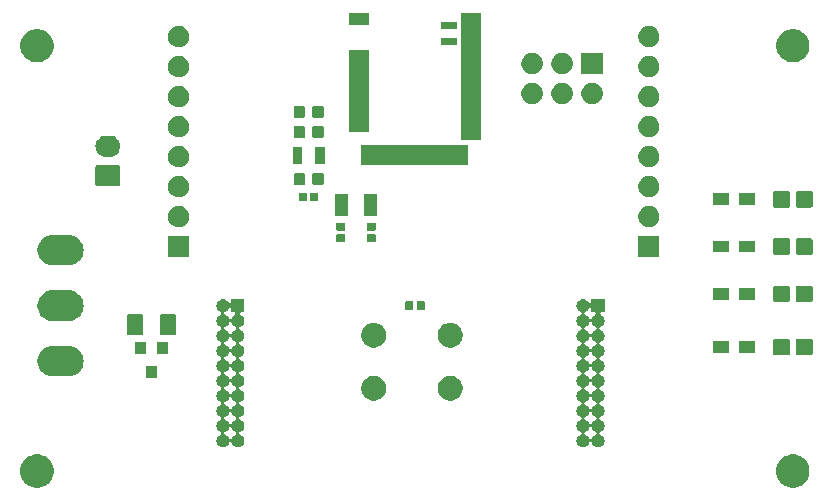
<source format=gts>
G04 #@! TF.GenerationSoftware,KiCad,Pcbnew,5.1.5-52549c5~84~ubuntu18.04.1*
G04 #@! TF.CreationDate,2019-12-19T18:23:33+05:30*
G04 #@! TF.ProjectId,senseble_rev1,73656e73-6562-46c6-955f-726576312e6b,rev?*
G04 #@! TF.SameCoordinates,Original*
G04 #@! TF.FileFunction,Soldermask,Top*
G04 #@! TF.FilePolarity,Negative*
%FSLAX46Y46*%
G04 Gerber Fmt 4.6, Leading zero omitted, Abs format (unit mm)*
G04 Created by KiCad (PCBNEW 5.1.5-52549c5~84~ubuntu18.04.1) date 2019-12-19 18:23:33*
%MOMM*%
%LPD*%
G04 APERTURE LIST*
%ADD10C,0.100000*%
G04 APERTURE END LIST*
D10*
G36*
X62318433Y-47634893D02*
G01*
X62408657Y-47652839D01*
X62514267Y-47696585D01*
X62663621Y-47758449D01*
X62663622Y-47758450D01*
X62893086Y-47911772D01*
X63088228Y-48106914D01*
X63190675Y-48260237D01*
X63241551Y-48336379D01*
X63347161Y-48591344D01*
X63401000Y-48862012D01*
X63401000Y-49137988D01*
X63347161Y-49408656D01*
X63241551Y-49663621D01*
X63241550Y-49663622D01*
X63088228Y-49893086D01*
X62893086Y-50088228D01*
X62739763Y-50190675D01*
X62663621Y-50241551D01*
X62514267Y-50303415D01*
X62408657Y-50347161D01*
X62318433Y-50365107D01*
X62137988Y-50401000D01*
X61862012Y-50401000D01*
X61681567Y-50365107D01*
X61591343Y-50347161D01*
X61485733Y-50303415D01*
X61336379Y-50241551D01*
X61260237Y-50190675D01*
X61106914Y-50088228D01*
X60911772Y-49893086D01*
X60758450Y-49663622D01*
X60758449Y-49663621D01*
X60652839Y-49408656D01*
X60599000Y-49137988D01*
X60599000Y-48862012D01*
X60652839Y-48591344D01*
X60758449Y-48336379D01*
X60809325Y-48260237D01*
X60911772Y-48106914D01*
X61106914Y-47911772D01*
X61336378Y-47758450D01*
X61336379Y-47758449D01*
X61485733Y-47696585D01*
X61591343Y-47652839D01*
X61681567Y-47634893D01*
X61862012Y-47599000D01*
X62137988Y-47599000D01*
X62318433Y-47634893D01*
G37*
G36*
X-1681567Y-47634893D02*
G01*
X-1591343Y-47652839D01*
X-1485733Y-47696585D01*
X-1336379Y-47758449D01*
X-1336378Y-47758450D01*
X-1106914Y-47911772D01*
X-911772Y-48106914D01*
X-809325Y-48260237D01*
X-758449Y-48336379D01*
X-652839Y-48591344D01*
X-599000Y-48862012D01*
X-599000Y-49137988D01*
X-652839Y-49408656D01*
X-758449Y-49663621D01*
X-758450Y-49663622D01*
X-911772Y-49893086D01*
X-1106914Y-50088228D01*
X-1260237Y-50190675D01*
X-1336379Y-50241551D01*
X-1485733Y-50303415D01*
X-1591343Y-50347161D01*
X-1681567Y-50365107D01*
X-1862012Y-50401000D01*
X-2137988Y-50401000D01*
X-2318433Y-50365107D01*
X-2408657Y-50347161D01*
X-2514267Y-50303415D01*
X-2663621Y-50241551D01*
X-2739763Y-50190675D01*
X-2893086Y-50088228D01*
X-3088228Y-49893086D01*
X-3241550Y-49663622D01*
X-3241551Y-49663621D01*
X-3347161Y-49408656D01*
X-3401000Y-49137988D01*
X-3401000Y-48862012D01*
X-3347161Y-48591344D01*
X-3241551Y-48336379D01*
X-3190675Y-48260237D01*
X-3088228Y-48106914D01*
X-2893086Y-47911772D01*
X-2663622Y-47758450D01*
X-2663621Y-47758449D01*
X-2514267Y-47696585D01*
X-2408657Y-47652839D01*
X-2318433Y-47634893D01*
X-2137988Y-47599000D01*
X-1862012Y-47599000D01*
X-1681567Y-47634893D01*
G37*
G36*
X13890721Y-34470174D02*
G01*
X13990995Y-34511709D01*
X13990996Y-34511710D01*
X14081242Y-34572010D01*
X14157990Y-34648758D01*
X14157991Y-34648760D01*
X14220068Y-34741664D01*
X14235614Y-34760606D01*
X14254556Y-34776151D01*
X14276167Y-34787702D01*
X14299615Y-34794815D01*
X14324002Y-34797217D01*
X14348388Y-34794815D01*
X14371837Y-34787702D01*
X14393447Y-34776151D01*
X14412389Y-34760605D01*
X14427934Y-34741663D01*
X14439485Y-34720052D01*
X14446598Y-34696604D01*
X14449000Y-34672218D01*
X14449000Y-34449000D01*
X15551000Y-34449000D01*
X15551000Y-35551000D01*
X15327782Y-35551000D01*
X15303396Y-35553402D01*
X15279947Y-35560515D01*
X15258336Y-35572066D01*
X15239394Y-35587611D01*
X15223849Y-35606553D01*
X15212298Y-35628164D01*
X15205185Y-35651613D01*
X15202783Y-35675999D01*
X15205185Y-35700385D01*
X15212298Y-35723834D01*
X15223849Y-35745445D01*
X15239394Y-35764387D01*
X15258336Y-35779932D01*
X15279650Y-35794174D01*
X15351242Y-35842010D01*
X15427990Y-35918758D01*
X15427991Y-35918760D01*
X15488291Y-36009005D01*
X15529826Y-36109279D01*
X15551000Y-36215730D01*
X15551000Y-36324270D01*
X15529826Y-36430721D01*
X15488291Y-36530995D01*
X15488290Y-36530996D01*
X15427990Y-36621242D01*
X15351242Y-36697990D01*
X15305812Y-36728345D01*
X15260995Y-36758291D01*
X15185611Y-36789516D01*
X15164000Y-36801067D01*
X15145059Y-36816612D01*
X15129513Y-36835554D01*
X15117962Y-36857165D01*
X15110849Y-36880614D01*
X15108447Y-36905000D01*
X15110849Y-36929386D01*
X15117962Y-36952835D01*
X15129513Y-36974446D01*
X15145058Y-36993387D01*
X15164000Y-37008933D01*
X15185611Y-37020484D01*
X15260995Y-37051709D01*
X15260996Y-37051710D01*
X15351242Y-37112010D01*
X15427990Y-37188758D01*
X15458345Y-37234188D01*
X15488291Y-37279005D01*
X15529826Y-37379279D01*
X15551000Y-37485730D01*
X15551000Y-37594270D01*
X15529826Y-37700721D01*
X15488291Y-37800995D01*
X15475911Y-37819523D01*
X15427990Y-37891242D01*
X15351242Y-37967990D01*
X15306581Y-37997831D01*
X15260995Y-38028291D01*
X15185611Y-38059516D01*
X15164000Y-38071067D01*
X15145059Y-38086612D01*
X15129513Y-38105554D01*
X15117962Y-38127165D01*
X15110849Y-38150614D01*
X15108447Y-38175000D01*
X15110849Y-38199386D01*
X15117962Y-38222835D01*
X15129513Y-38244446D01*
X15145058Y-38263387D01*
X15164000Y-38278933D01*
X15185611Y-38290484D01*
X15260995Y-38321709D01*
X15260996Y-38321710D01*
X15351242Y-38382010D01*
X15427990Y-38458758D01*
X15427991Y-38458760D01*
X15488291Y-38549005D01*
X15529826Y-38649279D01*
X15551000Y-38755730D01*
X15551000Y-38864270D01*
X15529826Y-38970721D01*
X15488291Y-39070995D01*
X15468242Y-39101000D01*
X15427990Y-39161242D01*
X15351242Y-39237990D01*
X15305812Y-39268345D01*
X15260995Y-39298291D01*
X15185611Y-39329516D01*
X15164000Y-39341067D01*
X15145059Y-39356612D01*
X15129513Y-39375554D01*
X15117962Y-39397165D01*
X15110849Y-39420614D01*
X15108447Y-39445000D01*
X15110849Y-39469386D01*
X15117962Y-39492835D01*
X15129513Y-39514446D01*
X15145058Y-39533387D01*
X15164000Y-39548933D01*
X15185611Y-39560484D01*
X15260995Y-39591709D01*
X15260996Y-39591710D01*
X15351242Y-39652010D01*
X15427990Y-39728758D01*
X15427991Y-39728760D01*
X15488291Y-39819005D01*
X15529826Y-39919279D01*
X15551000Y-40025730D01*
X15551000Y-40134270D01*
X15529826Y-40240721D01*
X15488291Y-40340995D01*
X15488290Y-40340996D01*
X15427990Y-40431242D01*
X15351242Y-40507990D01*
X15305812Y-40538345D01*
X15260995Y-40568291D01*
X15185611Y-40599516D01*
X15164000Y-40611067D01*
X15145059Y-40626612D01*
X15129513Y-40645554D01*
X15117962Y-40667165D01*
X15110849Y-40690614D01*
X15108447Y-40715000D01*
X15110849Y-40739386D01*
X15117962Y-40762835D01*
X15129513Y-40784446D01*
X15145058Y-40803387D01*
X15164000Y-40818933D01*
X15185611Y-40830484D01*
X15260995Y-40861709D01*
X15260996Y-40861710D01*
X15351242Y-40922010D01*
X15427990Y-40998758D01*
X15427991Y-40998760D01*
X15488291Y-41089005D01*
X15529826Y-41189279D01*
X15551000Y-41295730D01*
X15551000Y-41404270D01*
X15529826Y-41510721D01*
X15488291Y-41610995D01*
X15488290Y-41610996D01*
X15427990Y-41701242D01*
X15351242Y-41777990D01*
X15305812Y-41808345D01*
X15260995Y-41838291D01*
X15185611Y-41869516D01*
X15164000Y-41881067D01*
X15145059Y-41896612D01*
X15129513Y-41915554D01*
X15117962Y-41937165D01*
X15110849Y-41960614D01*
X15108447Y-41985000D01*
X15110849Y-42009386D01*
X15117962Y-42032835D01*
X15129513Y-42054446D01*
X15145058Y-42073387D01*
X15164000Y-42088933D01*
X15185611Y-42100484D01*
X15260995Y-42131709D01*
X15260996Y-42131710D01*
X15351242Y-42192010D01*
X15427990Y-42268758D01*
X15427991Y-42268760D01*
X15488291Y-42359005D01*
X15529826Y-42459279D01*
X15551000Y-42565730D01*
X15551000Y-42674270D01*
X15529826Y-42780721D01*
X15488291Y-42880995D01*
X15488290Y-42880996D01*
X15427990Y-42971242D01*
X15351242Y-43047990D01*
X15346737Y-43051000D01*
X15260995Y-43108291D01*
X15185611Y-43139516D01*
X15164000Y-43151067D01*
X15145059Y-43166612D01*
X15129513Y-43185554D01*
X15117962Y-43207165D01*
X15110849Y-43230614D01*
X15108447Y-43255000D01*
X15110849Y-43279386D01*
X15117962Y-43302835D01*
X15129513Y-43324446D01*
X15145058Y-43343387D01*
X15164000Y-43358933D01*
X15185611Y-43370484D01*
X15260995Y-43401709D01*
X15260996Y-43401710D01*
X15351242Y-43462010D01*
X15427990Y-43538758D01*
X15427991Y-43538760D01*
X15488291Y-43629005D01*
X15529826Y-43729279D01*
X15551000Y-43835730D01*
X15551000Y-43944270D01*
X15529826Y-44050721D01*
X15488291Y-44150995D01*
X15488290Y-44150996D01*
X15427990Y-44241242D01*
X15351242Y-44317990D01*
X15305812Y-44348345D01*
X15260995Y-44378291D01*
X15185611Y-44409516D01*
X15164000Y-44421067D01*
X15145059Y-44436612D01*
X15129513Y-44455554D01*
X15117962Y-44477165D01*
X15110849Y-44500614D01*
X15108447Y-44525000D01*
X15110849Y-44549386D01*
X15117962Y-44572835D01*
X15129513Y-44594446D01*
X15145058Y-44613387D01*
X15164000Y-44628933D01*
X15185611Y-44640484D01*
X15260995Y-44671709D01*
X15260996Y-44671710D01*
X15351242Y-44732010D01*
X15427990Y-44808758D01*
X15427991Y-44808760D01*
X15488291Y-44899005D01*
X15529826Y-44999279D01*
X15551000Y-45105730D01*
X15551000Y-45214270D01*
X15529826Y-45320721D01*
X15488291Y-45420995D01*
X15488290Y-45420996D01*
X15427990Y-45511242D01*
X15351242Y-45587990D01*
X15305812Y-45618345D01*
X15260995Y-45648291D01*
X15185611Y-45679516D01*
X15164000Y-45691067D01*
X15145059Y-45706612D01*
X15129513Y-45725554D01*
X15117962Y-45747165D01*
X15110849Y-45770614D01*
X15108447Y-45795000D01*
X15110849Y-45819386D01*
X15117962Y-45842835D01*
X15129513Y-45864446D01*
X15145058Y-45883387D01*
X15164000Y-45898933D01*
X15185611Y-45910484D01*
X15260995Y-45941709D01*
X15260996Y-45941710D01*
X15351242Y-46002010D01*
X15427990Y-46078758D01*
X15427991Y-46078760D01*
X15488291Y-46169005D01*
X15529826Y-46269279D01*
X15551000Y-46375730D01*
X15551000Y-46484270D01*
X15529826Y-46590721D01*
X15488291Y-46690995D01*
X15488290Y-46690996D01*
X15427990Y-46781242D01*
X15351242Y-46857990D01*
X15305812Y-46888345D01*
X15260995Y-46918291D01*
X15160721Y-46959826D01*
X15054270Y-46981000D01*
X14945730Y-46981000D01*
X14839279Y-46959826D01*
X14739005Y-46918291D01*
X14694188Y-46888345D01*
X14648758Y-46857990D01*
X14572010Y-46781242D01*
X14511710Y-46690996D01*
X14511709Y-46690995D01*
X14480484Y-46615611D01*
X14468933Y-46594000D01*
X14453388Y-46575059D01*
X14434446Y-46559513D01*
X14412835Y-46547962D01*
X14389386Y-46540849D01*
X14365000Y-46538447D01*
X14340614Y-46540849D01*
X14317165Y-46547962D01*
X14295554Y-46559513D01*
X14276613Y-46575058D01*
X14261067Y-46594000D01*
X14249516Y-46615611D01*
X14218291Y-46690995D01*
X14218290Y-46690996D01*
X14157990Y-46781242D01*
X14081242Y-46857990D01*
X14035812Y-46888345D01*
X13990995Y-46918291D01*
X13890721Y-46959826D01*
X13784270Y-46981000D01*
X13675730Y-46981000D01*
X13569279Y-46959826D01*
X13469005Y-46918291D01*
X13424188Y-46888345D01*
X13378758Y-46857990D01*
X13302010Y-46781242D01*
X13241710Y-46690996D01*
X13241709Y-46690995D01*
X13200174Y-46590721D01*
X13179000Y-46484270D01*
X13179000Y-46375730D01*
X13200174Y-46269279D01*
X13241709Y-46169005D01*
X13302009Y-46078760D01*
X13302010Y-46078758D01*
X13378758Y-46002010D01*
X13469004Y-45941710D01*
X13469005Y-45941709D01*
X13544389Y-45910484D01*
X13566000Y-45898933D01*
X13584941Y-45883388D01*
X13600487Y-45864446D01*
X13612038Y-45842835D01*
X13619151Y-45819386D01*
X13621553Y-45795000D01*
X13838447Y-45795000D01*
X13840849Y-45819386D01*
X13847962Y-45842835D01*
X13859513Y-45864446D01*
X13875058Y-45883387D01*
X13894000Y-45898933D01*
X13915611Y-45910484D01*
X13990995Y-45941709D01*
X13990996Y-45941710D01*
X14081242Y-46002010D01*
X14157990Y-46078758D01*
X14157991Y-46078760D01*
X14218291Y-46169005D01*
X14249516Y-46244389D01*
X14261067Y-46266000D01*
X14276612Y-46284941D01*
X14295554Y-46300487D01*
X14317165Y-46312038D01*
X14340614Y-46319151D01*
X14365000Y-46321553D01*
X14389386Y-46319151D01*
X14412835Y-46312038D01*
X14434446Y-46300487D01*
X14453387Y-46284942D01*
X14468933Y-46266000D01*
X14480484Y-46244389D01*
X14511709Y-46169005D01*
X14572009Y-46078760D01*
X14572010Y-46078758D01*
X14648758Y-46002010D01*
X14739004Y-45941710D01*
X14739005Y-45941709D01*
X14814389Y-45910484D01*
X14836000Y-45898933D01*
X14854941Y-45883388D01*
X14870487Y-45864446D01*
X14882038Y-45842835D01*
X14889151Y-45819386D01*
X14891553Y-45795000D01*
X14889151Y-45770614D01*
X14882038Y-45747165D01*
X14870487Y-45725554D01*
X14854942Y-45706613D01*
X14836000Y-45691067D01*
X14814389Y-45679516D01*
X14739005Y-45648291D01*
X14694188Y-45618345D01*
X14648758Y-45587990D01*
X14572010Y-45511242D01*
X14511710Y-45420996D01*
X14511709Y-45420995D01*
X14480484Y-45345611D01*
X14468933Y-45324000D01*
X14453388Y-45305059D01*
X14434446Y-45289513D01*
X14412835Y-45277962D01*
X14389386Y-45270849D01*
X14365000Y-45268447D01*
X14340614Y-45270849D01*
X14317165Y-45277962D01*
X14295554Y-45289513D01*
X14276613Y-45305058D01*
X14261067Y-45324000D01*
X14249516Y-45345611D01*
X14218291Y-45420995D01*
X14218290Y-45420996D01*
X14157990Y-45511242D01*
X14081242Y-45587990D01*
X14035812Y-45618345D01*
X13990995Y-45648291D01*
X13915611Y-45679516D01*
X13894000Y-45691067D01*
X13875059Y-45706612D01*
X13859513Y-45725554D01*
X13847962Y-45747165D01*
X13840849Y-45770614D01*
X13838447Y-45795000D01*
X13621553Y-45795000D01*
X13619151Y-45770614D01*
X13612038Y-45747165D01*
X13600487Y-45725554D01*
X13584942Y-45706613D01*
X13566000Y-45691067D01*
X13544389Y-45679516D01*
X13469005Y-45648291D01*
X13424188Y-45618345D01*
X13378758Y-45587990D01*
X13302010Y-45511242D01*
X13241710Y-45420996D01*
X13241709Y-45420995D01*
X13200174Y-45320721D01*
X13179000Y-45214270D01*
X13179000Y-45105730D01*
X13200174Y-44999279D01*
X13241709Y-44899005D01*
X13302009Y-44808760D01*
X13302010Y-44808758D01*
X13378758Y-44732010D01*
X13469004Y-44671710D01*
X13469005Y-44671709D01*
X13544389Y-44640484D01*
X13566000Y-44628933D01*
X13584941Y-44613388D01*
X13600487Y-44594446D01*
X13612038Y-44572835D01*
X13619151Y-44549386D01*
X13621553Y-44525000D01*
X13838447Y-44525000D01*
X13840849Y-44549386D01*
X13847962Y-44572835D01*
X13859513Y-44594446D01*
X13875058Y-44613387D01*
X13894000Y-44628933D01*
X13915611Y-44640484D01*
X13990995Y-44671709D01*
X13990996Y-44671710D01*
X14081242Y-44732010D01*
X14157990Y-44808758D01*
X14157991Y-44808760D01*
X14218291Y-44899005D01*
X14249516Y-44974389D01*
X14261067Y-44996000D01*
X14276612Y-45014941D01*
X14295554Y-45030487D01*
X14317165Y-45042038D01*
X14340614Y-45049151D01*
X14365000Y-45051553D01*
X14389386Y-45049151D01*
X14412835Y-45042038D01*
X14434446Y-45030487D01*
X14453387Y-45014942D01*
X14468933Y-44996000D01*
X14480484Y-44974389D01*
X14511709Y-44899005D01*
X14572009Y-44808760D01*
X14572010Y-44808758D01*
X14648758Y-44732010D01*
X14739004Y-44671710D01*
X14739005Y-44671709D01*
X14814389Y-44640484D01*
X14836000Y-44628933D01*
X14854941Y-44613388D01*
X14870487Y-44594446D01*
X14882038Y-44572835D01*
X14889151Y-44549386D01*
X14891553Y-44525000D01*
X14889151Y-44500614D01*
X14882038Y-44477165D01*
X14870487Y-44455554D01*
X14854942Y-44436613D01*
X14836000Y-44421067D01*
X14814389Y-44409516D01*
X14739005Y-44378291D01*
X14694188Y-44348345D01*
X14648758Y-44317990D01*
X14572010Y-44241242D01*
X14511710Y-44150996D01*
X14511709Y-44150995D01*
X14480484Y-44075611D01*
X14468933Y-44054000D01*
X14453388Y-44035059D01*
X14434446Y-44019513D01*
X14412835Y-44007962D01*
X14389386Y-44000849D01*
X14365000Y-43998447D01*
X14340614Y-44000849D01*
X14317165Y-44007962D01*
X14295554Y-44019513D01*
X14276613Y-44035058D01*
X14261067Y-44054000D01*
X14249516Y-44075611D01*
X14218291Y-44150995D01*
X14218290Y-44150996D01*
X14157990Y-44241242D01*
X14081242Y-44317990D01*
X14035812Y-44348345D01*
X13990995Y-44378291D01*
X13915611Y-44409516D01*
X13894000Y-44421067D01*
X13875059Y-44436612D01*
X13859513Y-44455554D01*
X13847962Y-44477165D01*
X13840849Y-44500614D01*
X13838447Y-44525000D01*
X13621553Y-44525000D01*
X13619151Y-44500614D01*
X13612038Y-44477165D01*
X13600487Y-44455554D01*
X13584942Y-44436613D01*
X13566000Y-44421067D01*
X13544389Y-44409516D01*
X13469005Y-44378291D01*
X13424188Y-44348345D01*
X13378758Y-44317990D01*
X13302010Y-44241242D01*
X13241710Y-44150996D01*
X13241709Y-44150995D01*
X13200174Y-44050721D01*
X13179000Y-43944270D01*
X13179000Y-43835730D01*
X13200174Y-43729279D01*
X13241709Y-43629005D01*
X13302009Y-43538760D01*
X13302010Y-43538758D01*
X13378758Y-43462010D01*
X13469004Y-43401710D01*
X13469005Y-43401709D01*
X13544389Y-43370484D01*
X13566000Y-43358933D01*
X13584941Y-43343388D01*
X13600487Y-43324446D01*
X13612038Y-43302835D01*
X13619151Y-43279386D01*
X13621553Y-43255000D01*
X13838447Y-43255000D01*
X13840849Y-43279386D01*
X13847962Y-43302835D01*
X13859513Y-43324446D01*
X13875058Y-43343387D01*
X13894000Y-43358933D01*
X13915611Y-43370484D01*
X13990995Y-43401709D01*
X13990996Y-43401710D01*
X14081242Y-43462010D01*
X14157990Y-43538758D01*
X14157991Y-43538760D01*
X14218291Y-43629005D01*
X14249516Y-43704389D01*
X14261067Y-43726000D01*
X14276612Y-43744941D01*
X14295554Y-43760487D01*
X14317165Y-43772038D01*
X14340614Y-43779151D01*
X14365000Y-43781553D01*
X14389386Y-43779151D01*
X14412835Y-43772038D01*
X14434446Y-43760487D01*
X14453387Y-43744942D01*
X14468933Y-43726000D01*
X14480484Y-43704389D01*
X14511709Y-43629005D01*
X14572009Y-43538760D01*
X14572010Y-43538758D01*
X14648758Y-43462010D01*
X14739004Y-43401710D01*
X14739005Y-43401709D01*
X14814389Y-43370484D01*
X14836000Y-43358933D01*
X14854941Y-43343388D01*
X14870487Y-43324446D01*
X14882038Y-43302835D01*
X14889151Y-43279386D01*
X14891553Y-43255000D01*
X14889151Y-43230614D01*
X14882038Y-43207165D01*
X14870487Y-43185554D01*
X14854942Y-43166613D01*
X14836000Y-43151067D01*
X14814389Y-43139516D01*
X14739005Y-43108291D01*
X14653263Y-43051000D01*
X14648758Y-43047990D01*
X14572010Y-42971242D01*
X14511710Y-42880996D01*
X14511709Y-42880995D01*
X14480484Y-42805611D01*
X14468933Y-42784000D01*
X14453388Y-42765059D01*
X14434446Y-42749513D01*
X14412835Y-42737962D01*
X14389386Y-42730849D01*
X14365000Y-42728447D01*
X14340614Y-42730849D01*
X14317165Y-42737962D01*
X14295554Y-42749513D01*
X14276613Y-42765058D01*
X14261067Y-42784000D01*
X14249516Y-42805611D01*
X14218291Y-42880995D01*
X14218290Y-42880996D01*
X14157990Y-42971242D01*
X14081242Y-43047990D01*
X14076737Y-43051000D01*
X13990995Y-43108291D01*
X13915611Y-43139516D01*
X13894000Y-43151067D01*
X13875059Y-43166612D01*
X13859513Y-43185554D01*
X13847962Y-43207165D01*
X13840849Y-43230614D01*
X13838447Y-43255000D01*
X13621553Y-43255000D01*
X13619151Y-43230614D01*
X13612038Y-43207165D01*
X13600487Y-43185554D01*
X13584942Y-43166613D01*
X13566000Y-43151067D01*
X13544389Y-43139516D01*
X13469005Y-43108291D01*
X13383263Y-43051000D01*
X13378758Y-43047990D01*
X13302010Y-42971242D01*
X13241710Y-42880996D01*
X13241709Y-42880995D01*
X13200174Y-42780721D01*
X13179000Y-42674270D01*
X13179000Y-42565730D01*
X13200174Y-42459279D01*
X13241709Y-42359005D01*
X13302009Y-42268760D01*
X13302010Y-42268758D01*
X13378758Y-42192010D01*
X13469004Y-42131710D01*
X13469005Y-42131709D01*
X13544389Y-42100484D01*
X13566000Y-42088933D01*
X13584941Y-42073388D01*
X13600487Y-42054446D01*
X13612038Y-42032835D01*
X13619151Y-42009386D01*
X13621553Y-41985000D01*
X13838447Y-41985000D01*
X13840849Y-42009386D01*
X13847962Y-42032835D01*
X13859513Y-42054446D01*
X13875058Y-42073387D01*
X13894000Y-42088933D01*
X13915611Y-42100484D01*
X13990995Y-42131709D01*
X13990996Y-42131710D01*
X14081242Y-42192010D01*
X14157990Y-42268758D01*
X14157991Y-42268760D01*
X14218291Y-42359005D01*
X14249516Y-42434389D01*
X14261067Y-42456000D01*
X14276612Y-42474941D01*
X14295554Y-42490487D01*
X14317165Y-42502038D01*
X14340614Y-42509151D01*
X14365000Y-42511553D01*
X14389386Y-42509151D01*
X14412835Y-42502038D01*
X14434446Y-42490487D01*
X14453387Y-42474942D01*
X14468933Y-42456000D01*
X14480484Y-42434389D01*
X14511709Y-42359005D01*
X14572009Y-42268760D01*
X14572010Y-42268758D01*
X14648758Y-42192010D01*
X14739004Y-42131710D01*
X14739005Y-42131709D01*
X14814389Y-42100484D01*
X14836000Y-42088933D01*
X14854941Y-42073388D01*
X14870487Y-42054446D01*
X14882038Y-42032835D01*
X14889151Y-42009386D01*
X14891553Y-41985000D01*
X14889151Y-41960614D01*
X14882038Y-41937165D01*
X14870487Y-41915554D01*
X14854942Y-41896613D01*
X14836000Y-41881067D01*
X14814389Y-41869516D01*
X14739005Y-41838291D01*
X14694188Y-41808345D01*
X14648758Y-41777990D01*
X14572010Y-41701242D01*
X14511710Y-41610996D01*
X14511709Y-41610995D01*
X14480484Y-41535611D01*
X14468933Y-41514000D01*
X14453388Y-41495059D01*
X14434446Y-41479513D01*
X14412835Y-41467962D01*
X14389386Y-41460849D01*
X14365000Y-41458447D01*
X14340614Y-41460849D01*
X14317165Y-41467962D01*
X14295554Y-41479513D01*
X14276613Y-41495058D01*
X14261067Y-41514000D01*
X14249516Y-41535611D01*
X14218291Y-41610995D01*
X14218290Y-41610996D01*
X14157990Y-41701242D01*
X14081242Y-41777990D01*
X14035812Y-41808345D01*
X13990995Y-41838291D01*
X13915611Y-41869516D01*
X13894000Y-41881067D01*
X13875059Y-41896612D01*
X13859513Y-41915554D01*
X13847962Y-41937165D01*
X13840849Y-41960614D01*
X13838447Y-41985000D01*
X13621553Y-41985000D01*
X13619151Y-41960614D01*
X13612038Y-41937165D01*
X13600487Y-41915554D01*
X13584942Y-41896613D01*
X13566000Y-41881067D01*
X13544389Y-41869516D01*
X13469005Y-41838291D01*
X13424188Y-41808345D01*
X13378758Y-41777990D01*
X13302010Y-41701242D01*
X13241710Y-41610996D01*
X13241709Y-41610995D01*
X13200174Y-41510721D01*
X13179000Y-41404270D01*
X13179000Y-41295730D01*
X13200174Y-41189279D01*
X13241709Y-41089005D01*
X13302009Y-40998760D01*
X13302010Y-40998758D01*
X13378758Y-40922010D01*
X13469004Y-40861710D01*
X13469005Y-40861709D01*
X13544389Y-40830484D01*
X13566000Y-40818933D01*
X13584941Y-40803388D01*
X13600487Y-40784446D01*
X13612038Y-40762835D01*
X13619151Y-40739386D01*
X13621553Y-40715000D01*
X13838447Y-40715000D01*
X13840849Y-40739386D01*
X13847962Y-40762835D01*
X13859513Y-40784446D01*
X13875058Y-40803387D01*
X13894000Y-40818933D01*
X13915611Y-40830484D01*
X13990995Y-40861709D01*
X13990996Y-40861710D01*
X14081242Y-40922010D01*
X14157990Y-40998758D01*
X14157991Y-40998760D01*
X14218291Y-41089005D01*
X14249516Y-41164389D01*
X14261067Y-41186000D01*
X14276612Y-41204941D01*
X14295554Y-41220487D01*
X14317165Y-41232038D01*
X14340614Y-41239151D01*
X14365000Y-41241553D01*
X14389386Y-41239151D01*
X14412835Y-41232038D01*
X14434446Y-41220487D01*
X14453387Y-41204942D01*
X14468933Y-41186000D01*
X14480484Y-41164389D01*
X14511709Y-41089005D01*
X14572009Y-40998760D01*
X14572010Y-40998758D01*
X14648758Y-40922010D01*
X14739004Y-40861710D01*
X14739005Y-40861709D01*
X14814389Y-40830484D01*
X14836000Y-40818933D01*
X14854941Y-40803388D01*
X14870487Y-40784446D01*
X14882038Y-40762835D01*
X14889151Y-40739386D01*
X14891553Y-40715000D01*
X14889151Y-40690614D01*
X14882038Y-40667165D01*
X14870487Y-40645554D01*
X14854942Y-40626613D01*
X14836000Y-40611067D01*
X14814389Y-40599516D01*
X14739005Y-40568291D01*
X14694188Y-40538345D01*
X14648758Y-40507990D01*
X14572010Y-40431242D01*
X14511710Y-40340996D01*
X14511709Y-40340995D01*
X14480484Y-40265611D01*
X14468933Y-40244000D01*
X14453388Y-40225059D01*
X14434446Y-40209513D01*
X14412835Y-40197962D01*
X14389386Y-40190849D01*
X14365000Y-40188447D01*
X14340614Y-40190849D01*
X14317165Y-40197962D01*
X14295554Y-40209513D01*
X14276613Y-40225058D01*
X14261067Y-40244000D01*
X14249516Y-40265611D01*
X14218291Y-40340995D01*
X14218290Y-40340996D01*
X14157990Y-40431242D01*
X14081242Y-40507990D01*
X14035812Y-40538345D01*
X13990995Y-40568291D01*
X13915611Y-40599516D01*
X13894000Y-40611067D01*
X13875059Y-40626612D01*
X13859513Y-40645554D01*
X13847962Y-40667165D01*
X13840849Y-40690614D01*
X13838447Y-40715000D01*
X13621553Y-40715000D01*
X13619151Y-40690614D01*
X13612038Y-40667165D01*
X13600487Y-40645554D01*
X13584942Y-40626613D01*
X13566000Y-40611067D01*
X13544389Y-40599516D01*
X13469005Y-40568291D01*
X13424188Y-40538345D01*
X13378758Y-40507990D01*
X13302010Y-40431242D01*
X13241710Y-40340996D01*
X13241709Y-40340995D01*
X13200174Y-40240721D01*
X13179000Y-40134270D01*
X13179000Y-40025730D01*
X13200174Y-39919279D01*
X13241709Y-39819005D01*
X13302009Y-39728760D01*
X13302010Y-39728758D01*
X13378758Y-39652010D01*
X13469004Y-39591710D01*
X13469005Y-39591709D01*
X13544389Y-39560484D01*
X13566000Y-39548933D01*
X13584941Y-39533388D01*
X13600487Y-39514446D01*
X13612038Y-39492835D01*
X13619151Y-39469386D01*
X13621553Y-39445000D01*
X13838447Y-39445000D01*
X13840849Y-39469386D01*
X13847962Y-39492835D01*
X13859513Y-39514446D01*
X13875058Y-39533387D01*
X13894000Y-39548933D01*
X13915611Y-39560484D01*
X13990995Y-39591709D01*
X13990996Y-39591710D01*
X14081242Y-39652010D01*
X14157990Y-39728758D01*
X14157991Y-39728760D01*
X14218291Y-39819005D01*
X14249516Y-39894389D01*
X14261067Y-39916000D01*
X14276612Y-39934941D01*
X14295554Y-39950487D01*
X14317165Y-39962038D01*
X14340614Y-39969151D01*
X14365000Y-39971553D01*
X14389386Y-39969151D01*
X14412835Y-39962038D01*
X14434446Y-39950487D01*
X14453387Y-39934942D01*
X14468933Y-39916000D01*
X14480484Y-39894389D01*
X14511709Y-39819005D01*
X14572009Y-39728760D01*
X14572010Y-39728758D01*
X14648758Y-39652010D01*
X14739004Y-39591710D01*
X14739005Y-39591709D01*
X14814389Y-39560484D01*
X14836000Y-39548933D01*
X14854941Y-39533388D01*
X14870487Y-39514446D01*
X14882038Y-39492835D01*
X14889151Y-39469386D01*
X14891553Y-39445000D01*
X14889151Y-39420614D01*
X14882038Y-39397165D01*
X14870487Y-39375554D01*
X14854942Y-39356613D01*
X14836000Y-39341067D01*
X14814389Y-39329516D01*
X14739005Y-39298291D01*
X14694188Y-39268345D01*
X14648758Y-39237990D01*
X14572010Y-39161242D01*
X14531758Y-39101000D01*
X14511709Y-39070995D01*
X14480484Y-38995611D01*
X14468933Y-38974000D01*
X14453388Y-38955059D01*
X14434446Y-38939513D01*
X14412835Y-38927962D01*
X14389386Y-38920849D01*
X14365000Y-38918447D01*
X14340614Y-38920849D01*
X14317165Y-38927962D01*
X14295554Y-38939513D01*
X14276613Y-38955058D01*
X14261067Y-38974000D01*
X14249516Y-38995611D01*
X14218291Y-39070995D01*
X14198242Y-39101000D01*
X14157990Y-39161242D01*
X14081242Y-39237990D01*
X14035812Y-39268345D01*
X13990995Y-39298291D01*
X13915611Y-39329516D01*
X13894000Y-39341067D01*
X13875059Y-39356612D01*
X13859513Y-39375554D01*
X13847962Y-39397165D01*
X13840849Y-39420614D01*
X13838447Y-39445000D01*
X13621553Y-39445000D01*
X13619151Y-39420614D01*
X13612038Y-39397165D01*
X13600487Y-39375554D01*
X13584942Y-39356613D01*
X13566000Y-39341067D01*
X13544389Y-39329516D01*
X13469005Y-39298291D01*
X13424188Y-39268345D01*
X13378758Y-39237990D01*
X13302010Y-39161242D01*
X13261758Y-39101000D01*
X13241709Y-39070995D01*
X13200174Y-38970721D01*
X13179000Y-38864270D01*
X13179000Y-38755730D01*
X13200174Y-38649279D01*
X13241709Y-38549005D01*
X13302009Y-38458760D01*
X13302010Y-38458758D01*
X13378758Y-38382010D01*
X13469004Y-38321710D01*
X13469005Y-38321709D01*
X13544389Y-38290484D01*
X13566000Y-38278933D01*
X13584941Y-38263388D01*
X13600487Y-38244446D01*
X13612038Y-38222835D01*
X13619151Y-38199386D01*
X13621553Y-38175000D01*
X13838447Y-38175000D01*
X13840849Y-38199386D01*
X13847962Y-38222835D01*
X13859513Y-38244446D01*
X13875058Y-38263387D01*
X13894000Y-38278933D01*
X13915611Y-38290484D01*
X13990995Y-38321709D01*
X13990996Y-38321710D01*
X14081242Y-38382010D01*
X14157990Y-38458758D01*
X14157991Y-38458760D01*
X14218291Y-38549005D01*
X14249516Y-38624389D01*
X14261067Y-38646000D01*
X14276612Y-38664941D01*
X14295554Y-38680487D01*
X14317165Y-38692038D01*
X14340614Y-38699151D01*
X14365000Y-38701553D01*
X14389386Y-38699151D01*
X14412835Y-38692038D01*
X14434446Y-38680487D01*
X14453387Y-38664942D01*
X14468933Y-38646000D01*
X14480484Y-38624389D01*
X14511709Y-38549005D01*
X14572009Y-38458760D01*
X14572010Y-38458758D01*
X14648758Y-38382010D01*
X14739004Y-38321710D01*
X14739005Y-38321709D01*
X14814389Y-38290484D01*
X14836000Y-38278933D01*
X14854941Y-38263388D01*
X14870487Y-38244446D01*
X14882038Y-38222835D01*
X14889151Y-38199386D01*
X14891553Y-38175000D01*
X14889151Y-38150614D01*
X14882038Y-38127165D01*
X14870487Y-38105554D01*
X14854942Y-38086613D01*
X14836000Y-38071067D01*
X14814389Y-38059516D01*
X14739005Y-38028291D01*
X14693419Y-37997831D01*
X14648758Y-37967990D01*
X14572010Y-37891242D01*
X14524089Y-37819523D01*
X14511709Y-37800995D01*
X14480484Y-37725611D01*
X14468933Y-37704000D01*
X14453388Y-37685059D01*
X14434446Y-37669513D01*
X14412835Y-37657962D01*
X14389386Y-37650849D01*
X14365000Y-37648447D01*
X14340614Y-37650849D01*
X14317165Y-37657962D01*
X14295554Y-37669513D01*
X14276613Y-37685058D01*
X14261067Y-37704000D01*
X14249516Y-37725611D01*
X14218291Y-37800995D01*
X14205911Y-37819523D01*
X14157990Y-37891242D01*
X14081242Y-37967990D01*
X14036581Y-37997831D01*
X13990995Y-38028291D01*
X13915611Y-38059516D01*
X13894000Y-38071067D01*
X13875059Y-38086612D01*
X13859513Y-38105554D01*
X13847962Y-38127165D01*
X13840849Y-38150614D01*
X13838447Y-38175000D01*
X13621553Y-38175000D01*
X13619151Y-38150614D01*
X13612038Y-38127165D01*
X13600487Y-38105554D01*
X13584942Y-38086613D01*
X13566000Y-38071067D01*
X13544389Y-38059516D01*
X13469005Y-38028291D01*
X13423419Y-37997831D01*
X13378758Y-37967990D01*
X13302010Y-37891242D01*
X13254089Y-37819523D01*
X13241709Y-37800995D01*
X13200174Y-37700721D01*
X13179000Y-37594270D01*
X13179000Y-37485730D01*
X13200174Y-37379279D01*
X13241709Y-37279005D01*
X13271655Y-37234188D01*
X13302010Y-37188758D01*
X13378758Y-37112010D01*
X13469004Y-37051710D01*
X13469005Y-37051709D01*
X13544389Y-37020484D01*
X13566000Y-37008933D01*
X13584941Y-36993388D01*
X13600487Y-36974446D01*
X13612038Y-36952835D01*
X13619151Y-36929386D01*
X13621553Y-36905000D01*
X13838447Y-36905000D01*
X13840849Y-36929386D01*
X13847962Y-36952835D01*
X13859513Y-36974446D01*
X13875058Y-36993387D01*
X13894000Y-37008933D01*
X13915611Y-37020484D01*
X13990995Y-37051709D01*
X13990996Y-37051710D01*
X14081242Y-37112010D01*
X14157990Y-37188758D01*
X14188345Y-37234188D01*
X14218291Y-37279005D01*
X14249516Y-37354389D01*
X14261067Y-37376000D01*
X14276612Y-37394941D01*
X14295554Y-37410487D01*
X14317165Y-37422038D01*
X14340614Y-37429151D01*
X14365000Y-37431553D01*
X14389386Y-37429151D01*
X14412835Y-37422038D01*
X14434446Y-37410487D01*
X14453387Y-37394942D01*
X14468933Y-37376000D01*
X14480484Y-37354389D01*
X14511709Y-37279005D01*
X14541655Y-37234188D01*
X14572010Y-37188758D01*
X14648758Y-37112010D01*
X14739004Y-37051710D01*
X14739005Y-37051709D01*
X14814389Y-37020484D01*
X14836000Y-37008933D01*
X14854941Y-36993388D01*
X14870487Y-36974446D01*
X14882038Y-36952835D01*
X14889151Y-36929386D01*
X14891553Y-36905000D01*
X14889151Y-36880614D01*
X14882038Y-36857165D01*
X14870487Y-36835554D01*
X14854942Y-36816613D01*
X14836000Y-36801067D01*
X14814389Y-36789516D01*
X14739005Y-36758291D01*
X14694188Y-36728345D01*
X14648758Y-36697990D01*
X14572010Y-36621242D01*
X14511710Y-36530996D01*
X14511709Y-36530995D01*
X14480484Y-36455611D01*
X14468933Y-36434000D01*
X14453388Y-36415059D01*
X14434446Y-36399513D01*
X14412835Y-36387962D01*
X14389386Y-36380849D01*
X14365000Y-36378447D01*
X14340614Y-36380849D01*
X14317165Y-36387962D01*
X14295554Y-36399513D01*
X14276613Y-36415058D01*
X14261067Y-36434000D01*
X14249516Y-36455611D01*
X14218291Y-36530995D01*
X14218290Y-36530996D01*
X14157990Y-36621242D01*
X14081242Y-36697990D01*
X14035812Y-36728345D01*
X13990995Y-36758291D01*
X13915611Y-36789516D01*
X13894000Y-36801067D01*
X13875059Y-36816612D01*
X13859513Y-36835554D01*
X13847962Y-36857165D01*
X13840849Y-36880614D01*
X13838447Y-36905000D01*
X13621553Y-36905000D01*
X13619151Y-36880614D01*
X13612038Y-36857165D01*
X13600487Y-36835554D01*
X13584942Y-36816613D01*
X13566000Y-36801067D01*
X13544389Y-36789516D01*
X13469005Y-36758291D01*
X13424188Y-36728345D01*
X13378758Y-36697990D01*
X13302010Y-36621242D01*
X13241710Y-36530996D01*
X13241709Y-36530995D01*
X13200174Y-36430721D01*
X13179000Y-36324270D01*
X13179000Y-36215730D01*
X13200174Y-36109279D01*
X13241709Y-36009005D01*
X13302009Y-35918760D01*
X13302010Y-35918758D01*
X13378758Y-35842010D01*
X13469004Y-35781710D01*
X13469005Y-35781709D01*
X13544389Y-35750484D01*
X13566000Y-35738933D01*
X13584941Y-35723388D01*
X13600487Y-35704446D01*
X13612038Y-35682835D01*
X13619151Y-35659386D01*
X13621553Y-35635000D01*
X13838447Y-35635000D01*
X13840849Y-35659386D01*
X13847962Y-35682835D01*
X13859513Y-35704446D01*
X13875058Y-35723387D01*
X13894000Y-35738933D01*
X13915611Y-35750484D01*
X13990995Y-35781709D01*
X13990996Y-35781710D01*
X14081242Y-35842010D01*
X14157990Y-35918758D01*
X14157991Y-35918760D01*
X14218291Y-36009005D01*
X14249516Y-36084389D01*
X14261067Y-36106000D01*
X14276612Y-36124941D01*
X14295554Y-36140487D01*
X14317165Y-36152038D01*
X14340614Y-36159151D01*
X14365000Y-36161553D01*
X14389386Y-36159151D01*
X14412835Y-36152038D01*
X14434446Y-36140487D01*
X14453387Y-36124942D01*
X14468933Y-36106000D01*
X14480484Y-36084389D01*
X14511709Y-36009005D01*
X14572009Y-35918760D01*
X14572010Y-35918758D01*
X14648758Y-35842010D01*
X14720350Y-35794174D01*
X14741664Y-35779932D01*
X14760606Y-35764386D01*
X14776151Y-35745444D01*
X14787702Y-35723833D01*
X14794815Y-35700385D01*
X14797217Y-35675998D01*
X14794815Y-35651612D01*
X14787702Y-35628163D01*
X14776151Y-35606553D01*
X14760605Y-35587611D01*
X14741663Y-35572066D01*
X14720052Y-35560515D01*
X14696604Y-35553402D01*
X14672218Y-35551000D01*
X14449000Y-35551000D01*
X14449000Y-35327782D01*
X14446598Y-35303396D01*
X14439485Y-35279947D01*
X14427934Y-35258336D01*
X14412389Y-35239394D01*
X14393447Y-35223849D01*
X14371836Y-35212298D01*
X14348387Y-35205185D01*
X14324001Y-35202783D01*
X14299615Y-35205185D01*
X14276166Y-35212298D01*
X14254555Y-35223849D01*
X14235613Y-35239394D01*
X14220068Y-35258336D01*
X14178988Y-35319816D01*
X14157990Y-35351242D01*
X14081242Y-35427990D01*
X14035812Y-35458345D01*
X13990995Y-35488291D01*
X13915611Y-35519516D01*
X13894000Y-35531067D01*
X13875059Y-35546612D01*
X13859513Y-35565554D01*
X13847962Y-35587165D01*
X13840849Y-35610614D01*
X13838447Y-35635000D01*
X13621553Y-35635000D01*
X13619151Y-35610614D01*
X13612038Y-35587165D01*
X13600487Y-35565554D01*
X13584942Y-35546613D01*
X13566000Y-35531067D01*
X13544389Y-35519516D01*
X13469005Y-35488291D01*
X13424188Y-35458345D01*
X13378758Y-35427990D01*
X13302010Y-35351242D01*
X13269480Y-35302557D01*
X13241709Y-35260995D01*
X13200174Y-35160721D01*
X13179000Y-35054270D01*
X13179000Y-34945730D01*
X13200174Y-34839279D01*
X13241709Y-34739005D01*
X13302009Y-34648760D01*
X13302010Y-34648758D01*
X13378758Y-34572010D01*
X13469004Y-34511710D01*
X13469005Y-34511709D01*
X13569279Y-34470174D01*
X13675730Y-34449000D01*
X13784270Y-34449000D01*
X13890721Y-34470174D01*
G37*
G36*
X44390721Y-34470174D02*
G01*
X44490995Y-34511709D01*
X44490996Y-34511710D01*
X44581242Y-34572010D01*
X44657990Y-34648758D01*
X44657991Y-34648760D01*
X44720068Y-34741664D01*
X44735614Y-34760606D01*
X44754556Y-34776151D01*
X44776167Y-34787702D01*
X44799615Y-34794815D01*
X44824002Y-34797217D01*
X44848388Y-34794815D01*
X44871837Y-34787702D01*
X44893447Y-34776151D01*
X44912389Y-34760605D01*
X44927934Y-34741663D01*
X44939485Y-34720052D01*
X44946598Y-34696604D01*
X44949000Y-34672218D01*
X44949000Y-34449000D01*
X46051000Y-34449000D01*
X46051000Y-35551000D01*
X45827782Y-35551000D01*
X45803396Y-35553402D01*
X45779947Y-35560515D01*
X45758336Y-35572066D01*
X45739394Y-35587611D01*
X45723849Y-35606553D01*
X45712298Y-35628164D01*
X45705185Y-35651613D01*
X45702783Y-35675999D01*
X45705185Y-35700385D01*
X45712298Y-35723834D01*
X45723849Y-35745445D01*
X45739394Y-35764387D01*
X45758336Y-35779932D01*
X45779650Y-35794174D01*
X45851242Y-35842010D01*
X45927990Y-35918758D01*
X45927991Y-35918760D01*
X45988291Y-36009005D01*
X46029826Y-36109279D01*
X46051000Y-36215730D01*
X46051000Y-36324270D01*
X46029826Y-36430721D01*
X45988291Y-36530995D01*
X45988290Y-36530996D01*
X45927990Y-36621242D01*
X45851242Y-36697990D01*
X45805812Y-36728345D01*
X45760995Y-36758291D01*
X45685611Y-36789516D01*
X45664000Y-36801067D01*
X45645059Y-36816612D01*
X45629513Y-36835554D01*
X45617962Y-36857165D01*
X45610849Y-36880614D01*
X45608447Y-36905000D01*
X45610849Y-36929386D01*
X45617962Y-36952835D01*
X45629513Y-36974446D01*
X45645058Y-36993387D01*
X45664000Y-37008933D01*
X45685611Y-37020484D01*
X45760995Y-37051709D01*
X45760996Y-37051710D01*
X45851242Y-37112010D01*
X45927990Y-37188758D01*
X45958345Y-37234188D01*
X45988291Y-37279005D01*
X46029826Y-37379279D01*
X46051000Y-37485730D01*
X46051000Y-37594270D01*
X46029826Y-37700721D01*
X45988291Y-37800995D01*
X45975911Y-37819523D01*
X45927990Y-37891242D01*
X45851242Y-37967990D01*
X45806581Y-37997831D01*
X45760995Y-38028291D01*
X45685611Y-38059516D01*
X45664000Y-38071067D01*
X45645059Y-38086612D01*
X45629513Y-38105554D01*
X45617962Y-38127165D01*
X45610849Y-38150614D01*
X45608447Y-38175000D01*
X45610849Y-38199386D01*
X45617962Y-38222835D01*
X45629513Y-38244446D01*
X45645058Y-38263387D01*
X45664000Y-38278933D01*
X45685611Y-38290484D01*
X45760995Y-38321709D01*
X45760996Y-38321710D01*
X45851242Y-38382010D01*
X45927990Y-38458758D01*
X45927991Y-38458760D01*
X45988291Y-38549005D01*
X46029826Y-38649279D01*
X46051000Y-38755730D01*
X46051000Y-38864270D01*
X46029826Y-38970721D01*
X45988291Y-39070995D01*
X45968242Y-39101000D01*
X45927990Y-39161242D01*
X45851242Y-39237990D01*
X45805812Y-39268345D01*
X45760995Y-39298291D01*
X45685611Y-39329516D01*
X45664000Y-39341067D01*
X45645059Y-39356612D01*
X45629513Y-39375554D01*
X45617962Y-39397165D01*
X45610849Y-39420614D01*
X45608447Y-39445000D01*
X45610849Y-39469386D01*
X45617962Y-39492835D01*
X45629513Y-39514446D01*
X45645058Y-39533387D01*
X45664000Y-39548933D01*
X45685611Y-39560484D01*
X45760995Y-39591709D01*
X45760996Y-39591710D01*
X45851242Y-39652010D01*
X45927990Y-39728758D01*
X45927991Y-39728760D01*
X45988291Y-39819005D01*
X46029826Y-39919279D01*
X46051000Y-40025730D01*
X46051000Y-40134270D01*
X46029826Y-40240721D01*
X45988291Y-40340995D01*
X45988290Y-40340996D01*
X45927990Y-40431242D01*
X45851242Y-40507990D01*
X45805812Y-40538345D01*
X45760995Y-40568291D01*
X45685611Y-40599516D01*
X45664000Y-40611067D01*
X45645059Y-40626612D01*
X45629513Y-40645554D01*
X45617962Y-40667165D01*
X45610849Y-40690614D01*
X45608447Y-40715000D01*
X45610849Y-40739386D01*
X45617962Y-40762835D01*
X45629513Y-40784446D01*
X45645058Y-40803387D01*
X45664000Y-40818933D01*
X45685611Y-40830484D01*
X45760995Y-40861709D01*
X45760996Y-40861710D01*
X45851242Y-40922010D01*
X45927990Y-40998758D01*
X45927991Y-40998760D01*
X45988291Y-41089005D01*
X46029826Y-41189279D01*
X46051000Y-41295730D01*
X46051000Y-41404270D01*
X46029826Y-41510721D01*
X45988291Y-41610995D01*
X45988290Y-41610996D01*
X45927990Y-41701242D01*
X45851242Y-41777990D01*
X45805812Y-41808345D01*
X45760995Y-41838291D01*
X45685611Y-41869516D01*
X45664000Y-41881067D01*
X45645059Y-41896612D01*
X45629513Y-41915554D01*
X45617962Y-41937165D01*
X45610849Y-41960614D01*
X45608447Y-41985000D01*
X45610849Y-42009386D01*
X45617962Y-42032835D01*
X45629513Y-42054446D01*
X45645058Y-42073387D01*
X45664000Y-42088933D01*
X45685611Y-42100484D01*
X45760995Y-42131709D01*
X45760996Y-42131710D01*
X45851242Y-42192010D01*
X45927990Y-42268758D01*
X45927991Y-42268760D01*
X45988291Y-42359005D01*
X46029826Y-42459279D01*
X46051000Y-42565730D01*
X46051000Y-42674270D01*
X46029826Y-42780721D01*
X45988291Y-42880995D01*
X45988290Y-42880996D01*
X45927990Y-42971242D01*
X45851242Y-43047990D01*
X45846737Y-43051000D01*
X45760995Y-43108291D01*
X45685611Y-43139516D01*
X45664000Y-43151067D01*
X45645059Y-43166612D01*
X45629513Y-43185554D01*
X45617962Y-43207165D01*
X45610849Y-43230614D01*
X45608447Y-43255000D01*
X45610849Y-43279386D01*
X45617962Y-43302835D01*
X45629513Y-43324446D01*
X45645058Y-43343387D01*
X45664000Y-43358933D01*
X45685611Y-43370484D01*
X45760995Y-43401709D01*
X45760996Y-43401710D01*
X45851242Y-43462010D01*
X45927990Y-43538758D01*
X45927991Y-43538760D01*
X45988291Y-43629005D01*
X46029826Y-43729279D01*
X46051000Y-43835730D01*
X46051000Y-43944270D01*
X46029826Y-44050721D01*
X45988291Y-44150995D01*
X45988290Y-44150996D01*
X45927990Y-44241242D01*
X45851242Y-44317990D01*
X45805812Y-44348345D01*
X45760995Y-44378291D01*
X45685611Y-44409516D01*
X45664000Y-44421067D01*
X45645059Y-44436612D01*
X45629513Y-44455554D01*
X45617962Y-44477165D01*
X45610849Y-44500614D01*
X45608447Y-44525000D01*
X45610849Y-44549386D01*
X45617962Y-44572835D01*
X45629513Y-44594446D01*
X45645058Y-44613387D01*
X45664000Y-44628933D01*
X45685611Y-44640484D01*
X45760995Y-44671709D01*
X45760996Y-44671710D01*
X45851242Y-44732010D01*
X45927990Y-44808758D01*
X45927991Y-44808760D01*
X45988291Y-44899005D01*
X46029826Y-44999279D01*
X46051000Y-45105730D01*
X46051000Y-45214270D01*
X46029826Y-45320721D01*
X45988291Y-45420995D01*
X45988290Y-45420996D01*
X45927990Y-45511242D01*
X45851242Y-45587990D01*
X45805812Y-45618345D01*
X45760995Y-45648291D01*
X45685611Y-45679516D01*
X45664000Y-45691067D01*
X45645059Y-45706612D01*
X45629513Y-45725554D01*
X45617962Y-45747165D01*
X45610849Y-45770614D01*
X45608447Y-45795000D01*
X45610849Y-45819386D01*
X45617962Y-45842835D01*
X45629513Y-45864446D01*
X45645058Y-45883387D01*
X45664000Y-45898933D01*
X45685611Y-45910484D01*
X45760995Y-45941709D01*
X45760996Y-45941710D01*
X45851242Y-46002010D01*
X45927990Y-46078758D01*
X45927991Y-46078760D01*
X45988291Y-46169005D01*
X46029826Y-46269279D01*
X46051000Y-46375730D01*
X46051000Y-46484270D01*
X46029826Y-46590721D01*
X45988291Y-46690995D01*
X45988290Y-46690996D01*
X45927990Y-46781242D01*
X45851242Y-46857990D01*
X45805812Y-46888345D01*
X45760995Y-46918291D01*
X45660721Y-46959826D01*
X45554270Y-46981000D01*
X45445730Y-46981000D01*
X45339279Y-46959826D01*
X45239005Y-46918291D01*
X45194188Y-46888345D01*
X45148758Y-46857990D01*
X45072010Y-46781242D01*
X45011710Y-46690996D01*
X45011709Y-46690995D01*
X44980484Y-46615611D01*
X44968933Y-46594000D01*
X44953388Y-46575059D01*
X44934446Y-46559513D01*
X44912835Y-46547962D01*
X44889386Y-46540849D01*
X44865000Y-46538447D01*
X44840614Y-46540849D01*
X44817165Y-46547962D01*
X44795554Y-46559513D01*
X44776613Y-46575058D01*
X44761067Y-46594000D01*
X44749516Y-46615611D01*
X44718291Y-46690995D01*
X44718290Y-46690996D01*
X44657990Y-46781242D01*
X44581242Y-46857990D01*
X44535812Y-46888345D01*
X44490995Y-46918291D01*
X44390721Y-46959826D01*
X44284270Y-46981000D01*
X44175730Y-46981000D01*
X44069279Y-46959826D01*
X43969005Y-46918291D01*
X43924188Y-46888345D01*
X43878758Y-46857990D01*
X43802010Y-46781242D01*
X43741710Y-46690996D01*
X43741709Y-46690995D01*
X43700174Y-46590721D01*
X43679000Y-46484270D01*
X43679000Y-46375730D01*
X43700174Y-46269279D01*
X43741709Y-46169005D01*
X43802009Y-46078760D01*
X43802010Y-46078758D01*
X43878758Y-46002010D01*
X43969004Y-45941710D01*
X43969005Y-45941709D01*
X44044389Y-45910484D01*
X44066000Y-45898933D01*
X44084941Y-45883388D01*
X44100487Y-45864446D01*
X44112038Y-45842835D01*
X44119151Y-45819386D01*
X44121553Y-45795000D01*
X44338447Y-45795000D01*
X44340849Y-45819386D01*
X44347962Y-45842835D01*
X44359513Y-45864446D01*
X44375058Y-45883387D01*
X44394000Y-45898933D01*
X44415611Y-45910484D01*
X44490995Y-45941709D01*
X44490996Y-45941710D01*
X44581242Y-46002010D01*
X44657990Y-46078758D01*
X44657991Y-46078760D01*
X44718291Y-46169005D01*
X44749516Y-46244389D01*
X44761067Y-46266000D01*
X44776612Y-46284941D01*
X44795554Y-46300487D01*
X44817165Y-46312038D01*
X44840614Y-46319151D01*
X44865000Y-46321553D01*
X44889386Y-46319151D01*
X44912835Y-46312038D01*
X44934446Y-46300487D01*
X44953387Y-46284942D01*
X44968933Y-46266000D01*
X44980484Y-46244389D01*
X45011709Y-46169005D01*
X45072009Y-46078760D01*
X45072010Y-46078758D01*
X45148758Y-46002010D01*
X45239004Y-45941710D01*
X45239005Y-45941709D01*
X45314389Y-45910484D01*
X45336000Y-45898933D01*
X45354941Y-45883388D01*
X45370487Y-45864446D01*
X45382038Y-45842835D01*
X45389151Y-45819386D01*
X45391553Y-45795000D01*
X45389151Y-45770614D01*
X45382038Y-45747165D01*
X45370487Y-45725554D01*
X45354942Y-45706613D01*
X45336000Y-45691067D01*
X45314389Y-45679516D01*
X45239005Y-45648291D01*
X45194188Y-45618345D01*
X45148758Y-45587990D01*
X45072010Y-45511242D01*
X45011710Y-45420996D01*
X45011709Y-45420995D01*
X44980484Y-45345611D01*
X44968933Y-45324000D01*
X44953388Y-45305059D01*
X44934446Y-45289513D01*
X44912835Y-45277962D01*
X44889386Y-45270849D01*
X44865000Y-45268447D01*
X44840614Y-45270849D01*
X44817165Y-45277962D01*
X44795554Y-45289513D01*
X44776613Y-45305058D01*
X44761067Y-45324000D01*
X44749516Y-45345611D01*
X44718291Y-45420995D01*
X44718290Y-45420996D01*
X44657990Y-45511242D01*
X44581242Y-45587990D01*
X44535812Y-45618345D01*
X44490995Y-45648291D01*
X44415611Y-45679516D01*
X44394000Y-45691067D01*
X44375059Y-45706612D01*
X44359513Y-45725554D01*
X44347962Y-45747165D01*
X44340849Y-45770614D01*
X44338447Y-45795000D01*
X44121553Y-45795000D01*
X44119151Y-45770614D01*
X44112038Y-45747165D01*
X44100487Y-45725554D01*
X44084942Y-45706613D01*
X44066000Y-45691067D01*
X44044389Y-45679516D01*
X43969005Y-45648291D01*
X43924188Y-45618345D01*
X43878758Y-45587990D01*
X43802010Y-45511242D01*
X43741710Y-45420996D01*
X43741709Y-45420995D01*
X43700174Y-45320721D01*
X43679000Y-45214270D01*
X43679000Y-45105730D01*
X43700174Y-44999279D01*
X43741709Y-44899005D01*
X43802009Y-44808760D01*
X43802010Y-44808758D01*
X43878758Y-44732010D01*
X43969004Y-44671710D01*
X43969005Y-44671709D01*
X44044389Y-44640484D01*
X44066000Y-44628933D01*
X44084941Y-44613388D01*
X44100487Y-44594446D01*
X44112038Y-44572835D01*
X44119151Y-44549386D01*
X44121553Y-44525000D01*
X44338447Y-44525000D01*
X44340849Y-44549386D01*
X44347962Y-44572835D01*
X44359513Y-44594446D01*
X44375058Y-44613387D01*
X44394000Y-44628933D01*
X44415611Y-44640484D01*
X44490995Y-44671709D01*
X44490996Y-44671710D01*
X44581242Y-44732010D01*
X44657990Y-44808758D01*
X44657991Y-44808760D01*
X44718291Y-44899005D01*
X44749516Y-44974389D01*
X44761067Y-44996000D01*
X44776612Y-45014941D01*
X44795554Y-45030487D01*
X44817165Y-45042038D01*
X44840614Y-45049151D01*
X44865000Y-45051553D01*
X44889386Y-45049151D01*
X44912835Y-45042038D01*
X44934446Y-45030487D01*
X44953387Y-45014942D01*
X44968933Y-44996000D01*
X44980484Y-44974389D01*
X45011709Y-44899005D01*
X45072009Y-44808760D01*
X45072010Y-44808758D01*
X45148758Y-44732010D01*
X45239004Y-44671710D01*
X45239005Y-44671709D01*
X45314389Y-44640484D01*
X45336000Y-44628933D01*
X45354941Y-44613388D01*
X45370487Y-44594446D01*
X45382038Y-44572835D01*
X45389151Y-44549386D01*
X45391553Y-44525000D01*
X45389151Y-44500614D01*
X45382038Y-44477165D01*
X45370487Y-44455554D01*
X45354942Y-44436613D01*
X45336000Y-44421067D01*
X45314389Y-44409516D01*
X45239005Y-44378291D01*
X45194188Y-44348345D01*
X45148758Y-44317990D01*
X45072010Y-44241242D01*
X45011710Y-44150996D01*
X45011709Y-44150995D01*
X44980484Y-44075611D01*
X44968933Y-44054000D01*
X44953388Y-44035059D01*
X44934446Y-44019513D01*
X44912835Y-44007962D01*
X44889386Y-44000849D01*
X44865000Y-43998447D01*
X44840614Y-44000849D01*
X44817165Y-44007962D01*
X44795554Y-44019513D01*
X44776613Y-44035058D01*
X44761067Y-44054000D01*
X44749516Y-44075611D01*
X44718291Y-44150995D01*
X44718290Y-44150996D01*
X44657990Y-44241242D01*
X44581242Y-44317990D01*
X44535812Y-44348345D01*
X44490995Y-44378291D01*
X44415611Y-44409516D01*
X44394000Y-44421067D01*
X44375059Y-44436612D01*
X44359513Y-44455554D01*
X44347962Y-44477165D01*
X44340849Y-44500614D01*
X44338447Y-44525000D01*
X44121553Y-44525000D01*
X44119151Y-44500614D01*
X44112038Y-44477165D01*
X44100487Y-44455554D01*
X44084942Y-44436613D01*
X44066000Y-44421067D01*
X44044389Y-44409516D01*
X43969005Y-44378291D01*
X43924188Y-44348345D01*
X43878758Y-44317990D01*
X43802010Y-44241242D01*
X43741710Y-44150996D01*
X43741709Y-44150995D01*
X43700174Y-44050721D01*
X43679000Y-43944270D01*
X43679000Y-43835730D01*
X43700174Y-43729279D01*
X43741709Y-43629005D01*
X43802009Y-43538760D01*
X43802010Y-43538758D01*
X43878758Y-43462010D01*
X43969004Y-43401710D01*
X43969005Y-43401709D01*
X44044389Y-43370484D01*
X44066000Y-43358933D01*
X44084941Y-43343388D01*
X44100487Y-43324446D01*
X44112038Y-43302835D01*
X44119151Y-43279386D01*
X44121553Y-43255000D01*
X44338447Y-43255000D01*
X44340849Y-43279386D01*
X44347962Y-43302835D01*
X44359513Y-43324446D01*
X44375058Y-43343387D01*
X44394000Y-43358933D01*
X44415611Y-43370484D01*
X44490995Y-43401709D01*
X44490996Y-43401710D01*
X44581242Y-43462010D01*
X44657990Y-43538758D01*
X44657991Y-43538760D01*
X44718291Y-43629005D01*
X44749516Y-43704389D01*
X44761067Y-43726000D01*
X44776612Y-43744941D01*
X44795554Y-43760487D01*
X44817165Y-43772038D01*
X44840614Y-43779151D01*
X44865000Y-43781553D01*
X44889386Y-43779151D01*
X44912835Y-43772038D01*
X44934446Y-43760487D01*
X44953387Y-43744942D01*
X44968933Y-43726000D01*
X44980484Y-43704389D01*
X45011709Y-43629005D01*
X45072009Y-43538760D01*
X45072010Y-43538758D01*
X45148758Y-43462010D01*
X45239004Y-43401710D01*
X45239005Y-43401709D01*
X45314389Y-43370484D01*
X45336000Y-43358933D01*
X45354941Y-43343388D01*
X45370487Y-43324446D01*
X45382038Y-43302835D01*
X45389151Y-43279386D01*
X45391553Y-43255000D01*
X45389151Y-43230614D01*
X45382038Y-43207165D01*
X45370487Y-43185554D01*
X45354942Y-43166613D01*
X45336000Y-43151067D01*
X45314389Y-43139516D01*
X45239005Y-43108291D01*
X45153263Y-43051000D01*
X45148758Y-43047990D01*
X45072010Y-42971242D01*
X45011710Y-42880996D01*
X45011709Y-42880995D01*
X44980484Y-42805611D01*
X44968933Y-42784000D01*
X44953388Y-42765059D01*
X44934446Y-42749513D01*
X44912835Y-42737962D01*
X44889386Y-42730849D01*
X44865000Y-42728447D01*
X44840614Y-42730849D01*
X44817165Y-42737962D01*
X44795554Y-42749513D01*
X44776613Y-42765058D01*
X44761067Y-42784000D01*
X44749516Y-42805611D01*
X44718291Y-42880995D01*
X44718290Y-42880996D01*
X44657990Y-42971242D01*
X44581242Y-43047990D01*
X44576737Y-43051000D01*
X44490995Y-43108291D01*
X44415611Y-43139516D01*
X44394000Y-43151067D01*
X44375059Y-43166612D01*
X44359513Y-43185554D01*
X44347962Y-43207165D01*
X44340849Y-43230614D01*
X44338447Y-43255000D01*
X44121553Y-43255000D01*
X44119151Y-43230614D01*
X44112038Y-43207165D01*
X44100487Y-43185554D01*
X44084942Y-43166613D01*
X44066000Y-43151067D01*
X44044389Y-43139516D01*
X43969005Y-43108291D01*
X43883263Y-43051000D01*
X43878758Y-43047990D01*
X43802010Y-42971242D01*
X43741710Y-42880996D01*
X43741709Y-42880995D01*
X43700174Y-42780721D01*
X43679000Y-42674270D01*
X43679000Y-42565730D01*
X43700174Y-42459279D01*
X43741709Y-42359005D01*
X43802009Y-42268760D01*
X43802010Y-42268758D01*
X43878758Y-42192010D01*
X43969004Y-42131710D01*
X43969005Y-42131709D01*
X44044389Y-42100484D01*
X44066000Y-42088933D01*
X44084941Y-42073388D01*
X44100487Y-42054446D01*
X44112038Y-42032835D01*
X44119151Y-42009386D01*
X44121553Y-41985000D01*
X44338447Y-41985000D01*
X44340849Y-42009386D01*
X44347962Y-42032835D01*
X44359513Y-42054446D01*
X44375058Y-42073387D01*
X44394000Y-42088933D01*
X44415611Y-42100484D01*
X44490995Y-42131709D01*
X44490996Y-42131710D01*
X44581242Y-42192010D01*
X44657990Y-42268758D01*
X44657991Y-42268760D01*
X44718291Y-42359005D01*
X44749516Y-42434389D01*
X44761067Y-42456000D01*
X44776612Y-42474941D01*
X44795554Y-42490487D01*
X44817165Y-42502038D01*
X44840614Y-42509151D01*
X44865000Y-42511553D01*
X44889386Y-42509151D01*
X44912835Y-42502038D01*
X44934446Y-42490487D01*
X44953387Y-42474942D01*
X44968933Y-42456000D01*
X44980484Y-42434389D01*
X45011709Y-42359005D01*
X45072009Y-42268760D01*
X45072010Y-42268758D01*
X45148758Y-42192010D01*
X45239004Y-42131710D01*
X45239005Y-42131709D01*
X45314389Y-42100484D01*
X45336000Y-42088933D01*
X45354941Y-42073388D01*
X45370487Y-42054446D01*
X45382038Y-42032835D01*
X45389151Y-42009386D01*
X45391553Y-41985000D01*
X45389151Y-41960614D01*
X45382038Y-41937165D01*
X45370487Y-41915554D01*
X45354942Y-41896613D01*
X45336000Y-41881067D01*
X45314389Y-41869516D01*
X45239005Y-41838291D01*
X45194188Y-41808345D01*
X45148758Y-41777990D01*
X45072010Y-41701242D01*
X45011710Y-41610996D01*
X45011709Y-41610995D01*
X44980484Y-41535611D01*
X44968933Y-41514000D01*
X44953388Y-41495059D01*
X44934446Y-41479513D01*
X44912835Y-41467962D01*
X44889386Y-41460849D01*
X44865000Y-41458447D01*
X44840614Y-41460849D01*
X44817165Y-41467962D01*
X44795554Y-41479513D01*
X44776613Y-41495058D01*
X44761067Y-41514000D01*
X44749516Y-41535611D01*
X44718291Y-41610995D01*
X44718290Y-41610996D01*
X44657990Y-41701242D01*
X44581242Y-41777990D01*
X44535812Y-41808345D01*
X44490995Y-41838291D01*
X44415611Y-41869516D01*
X44394000Y-41881067D01*
X44375059Y-41896612D01*
X44359513Y-41915554D01*
X44347962Y-41937165D01*
X44340849Y-41960614D01*
X44338447Y-41985000D01*
X44121553Y-41985000D01*
X44119151Y-41960614D01*
X44112038Y-41937165D01*
X44100487Y-41915554D01*
X44084942Y-41896613D01*
X44066000Y-41881067D01*
X44044389Y-41869516D01*
X43969005Y-41838291D01*
X43924188Y-41808345D01*
X43878758Y-41777990D01*
X43802010Y-41701242D01*
X43741710Y-41610996D01*
X43741709Y-41610995D01*
X43700174Y-41510721D01*
X43679000Y-41404270D01*
X43679000Y-41295730D01*
X43700174Y-41189279D01*
X43741709Y-41089005D01*
X43802009Y-40998760D01*
X43802010Y-40998758D01*
X43878758Y-40922010D01*
X43969004Y-40861710D01*
X43969005Y-40861709D01*
X44044389Y-40830484D01*
X44066000Y-40818933D01*
X44084941Y-40803388D01*
X44100487Y-40784446D01*
X44112038Y-40762835D01*
X44119151Y-40739386D01*
X44121553Y-40715000D01*
X44338447Y-40715000D01*
X44340849Y-40739386D01*
X44347962Y-40762835D01*
X44359513Y-40784446D01*
X44375058Y-40803387D01*
X44394000Y-40818933D01*
X44415611Y-40830484D01*
X44490995Y-40861709D01*
X44490996Y-40861710D01*
X44581242Y-40922010D01*
X44657990Y-40998758D01*
X44657991Y-40998760D01*
X44718291Y-41089005D01*
X44749516Y-41164389D01*
X44761067Y-41186000D01*
X44776612Y-41204941D01*
X44795554Y-41220487D01*
X44817165Y-41232038D01*
X44840614Y-41239151D01*
X44865000Y-41241553D01*
X44889386Y-41239151D01*
X44912835Y-41232038D01*
X44934446Y-41220487D01*
X44953387Y-41204942D01*
X44968933Y-41186000D01*
X44980484Y-41164389D01*
X45011709Y-41089005D01*
X45072009Y-40998760D01*
X45072010Y-40998758D01*
X45148758Y-40922010D01*
X45239004Y-40861710D01*
X45239005Y-40861709D01*
X45314389Y-40830484D01*
X45336000Y-40818933D01*
X45354941Y-40803388D01*
X45370487Y-40784446D01*
X45382038Y-40762835D01*
X45389151Y-40739386D01*
X45391553Y-40715000D01*
X45389151Y-40690614D01*
X45382038Y-40667165D01*
X45370487Y-40645554D01*
X45354942Y-40626613D01*
X45336000Y-40611067D01*
X45314389Y-40599516D01*
X45239005Y-40568291D01*
X45194188Y-40538345D01*
X45148758Y-40507990D01*
X45072010Y-40431242D01*
X45011710Y-40340996D01*
X45011709Y-40340995D01*
X44980484Y-40265611D01*
X44968933Y-40244000D01*
X44953388Y-40225059D01*
X44934446Y-40209513D01*
X44912835Y-40197962D01*
X44889386Y-40190849D01*
X44865000Y-40188447D01*
X44840614Y-40190849D01*
X44817165Y-40197962D01*
X44795554Y-40209513D01*
X44776613Y-40225058D01*
X44761067Y-40244000D01*
X44749516Y-40265611D01*
X44718291Y-40340995D01*
X44718290Y-40340996D01*
X44657990Y-40431242D01*
X44581242Y-40507990D01*
X44535812Y-40538345D01*
X44490995Y-40568291D01*
X44415611Y-40599516D01*
X44394000Y-40611067D01*
X44375059Y-40626612D01*
X44359513Y-40645554D01*
X44347962Y-40667165D01*
X44340849Y-40690614D01*
X44338447Y-40715000D01*
X44121553Y-40715000D01*
X44119151Y-40690614D01*
X44112038Y-40667165D01*
X44100487Y-40645554D01*
X44084942Y-40626613D01*
X44066000Y-40611067D01*
X44044389Y-40599516D01*
X43969005Y-40568291D01*
X43924188Y-40538345D01*
X43878758Y-40507990D01*
X43802010Y-40431242D01*
X43741710Y-40340996D01*
X43741709Y-40340995D01*
X43700174Y-40240721D01*
X43679000Y-40134270D01*
X43679000Y-40025730D01*
X43700174Y-39919279D01*
X43741709Y-39819005D01*
X43802009Y-39728760D01*
X43802010Y-39728758D01*
X43878758Y-39652010D01*
X43969004Y-39591710D01*
X43969005Y-39591709D01*
X44044389Y-39560484D01*
X44066000Y-39548933D01*
X44084941Y-39533388D01*
X44100487Y-39514446D01*
X44112038Y-39492835D01*
X44119151Y-39469386D01*
X44121553Y-39445000D01*
X44338447Y-39445000D01*
X44340849Y-39469386D01*
X44347962Y-39492835D01*
X44359513Y-39514446D01*
X44375058Y-39533387D01*
X44394000Y-39548933D01*
X44415611Y-39560484D01*
X44490995Y-39591709D01*
X44490996Y-39591710D01*
X44581242Y-39652010D01*
X44657990Y-39728758D01*
X44657991Y-39728760D01*
X44718291Y-39819005D01*
X44749516Y-39894389D01*
X44761067Y-39916000D01*
X44776612Y-39934941D01*
X44795554Y-39950487D01*
X44817165Y-39962038D01*
X44840614Y-39969151D01*
X44865000Y-39971553D01*
X44889386Y-39969151D01*
X44912835Y-39962038D01*
X44934446Y-39950487D01*
X44953387Y-39934942D01*
X44968933Y-39916000D01*
X44980484Y-39894389D01*
X45011709Y-39819005D01*
X45072009Y-39728760D01*
X45072010Y-39728758D01*
X45148758Y-39652010D01*
X45239004Y-39591710D01*
X45239005Y-39591709D01*
X45314389Y-39560484D01*
X45336000Y-39548933D01*
X45354941Y-39533388D01*
X45370487Y-39514446D01*
X45382038Y-39492835D01*
X45389151Y-39469386D01*
X45391553Y-39445000D01*
X45389151Y-39420614D01*
X45382038Y-39397165D01*
X45370487Y-39375554D01*
X45354942Y-39356613D01*
X45336000Y-39341067D01*
X45314389Y-39329516D01*
X45239005Y-39298291D01*
X45194188Y-39268345D01*
X45148758Y-39237990D01*
X45072010Y-39161242D01*
X45031758Y-39101000D01*
X45011709Y-39070995D01*
X44980484Y-38995611D01*
X44968933Y-38974000D01*
X44953388Y-38955059D01*
X44934446Y-38939513D01*
X44912835Y-38927962D01*
X44889386Y-38920849D01*
X44865000Y-38918447D01*
X44840614Y-38920849D01*
X44817165Y-38927962D01*
X44795554Y-38939513D01*
X44776613Y-38955058D01*
X44761067Y-38974000D01*
X44749516Y-38995611D01*
X44718291Y-39070995D01*
X44698242Y-39101000D01*
X44657990Y-39161242D01*
X44581242Y-39237990D01*
X44535812Y-39268345D01*
X44490995Y-39298291D01*
X44415611Y-39329516D01*
X44394000Y-39341067D01*
X44375059Y-39356612D01*
X44359513Y-39375554D01*
X44347962Y-39397165D01*
X44340849Y-39420614D01*
X44338447Y-39445000D01*
X44121553Y-39445000D01*
X44119151Y-39420614D01*
X44112038Y-39397165D01*
X44100487Y-39375554D01*
X44084942Y-39356613D01*
X44066000Y-39341067D01*
X44044389Y-39329516D01*
X43969005Y-39298291D01*
X43924188Y-39268345D01*
X43878758Y-39237990D01*
X43802010Y-39161242D01*
X43761758Y-39101000D01*
X43741709Y-39070995D01*
X43700174Y-38970721D01*
X43679000Y-38864270D01*
X43679000Y-38755730D01*
X43700174Y-38649279D01*
X43741709Y-38549005D01*
X43802009Y-38458760D01*
X43802010Y-38458758D01*
X43878758Y-38382010D01*
X43969004Y-38321710D01*
X43969005Y-38321709D01*
X44044389Y-38290484D01*
X44066000Y-38278933D01*
X44084941Y-38263388D01*
X44100487Y-38244446D01*
X44112038Y-38222835D01*
X44119151Y-38199386D01*
X44121553Y-38175000D01*
X44338447Y-38175000D01*
X44340849Y-38199386D01*
X44347962Y-38222835D01*
X44359513Y-38244446D01*
X44375058Y-38263387D01*
X44394000Y-38278933D01*
X44415611Y-38290484D01*
X44490995Y-38321709D01*
X44490996Y-38321710D01*
X44581242Y-38382010D01*
X44657990Y-38458758D01*
X44657991Y-38458760D01*
X44718291Y-38549005D01*
X44749516Y-38624389D01*
X44761067Y-38646000D01*
X44776612Y-38664941D01*
X44795554Y-38680487D01*
X44817165Y-38692038D01*
X44840614Y-38699151D01*
X44865000Y-38701553D01*
X44889386Y-38699151D01*
X44912835Y-38692038D01*
X44934446Y-38680487D01*
X44953387Y-38664942D01*
X44968933Y-38646000D01*
X44980484Y-38624389D01*
X45011709Y-38549005D01*
X45072009Y-38458760D01*
X45072010Y-38458758D01*
X45148758Y-38382010D01*
X45239004Y-38321710D01*
X45239005Y-38321709D01*
X45314389Y-38290484D01*
X45336000Y-38278933D01*
X45354941Y-38263388D01*
X45370487Y-38244446D01*
X45382038Y-38222835D01*
X45389151Y-38199386D01*
X45391553Y-38175000D01*
X45389151Y-38150614D01*
X45382038Y-38127165D01*
X45370487Y-38105554D01*
X45354942Y-38086613D01*
X45336000Y-38071067D01*
X45314389Y-38059516D01*
X45239005Y-38028291D01*
X45193419Y-37997831D01*
X45148758Y-37967990D01*
X45072010Y-37891242D01*
X45024089Y-37819523D01*
X45011709Y-37800995D01*
X44980484Y-37725611D01*
X44968933Y-37704000D01*
X44953388Y-37685059D01*
X44934446Y-37669513D01*
X44912835Y-37657962D01*
X44889386Y-37650849D01*
X44865000Y-37648447D01*
X44840614Y-37650849D01*
X44817165Y-37657962D01*
X44795554Y-37669513D01*
X44776613Y-37685058D01*
X44761067Y-37704000D01*
X44749516Y-37725611D01*
X44718291Y-37800995D01*
X44705911Y-37819523D01*
X44657990Y-37891242D01*
X44581242Y-37967990D01*
X44536581Y-37997831D01*
X44490995Y-38028291D01*
X44415611Y-38059516D01*
X44394000Y-38071067D01*
X44375059Y-38086612D01*
X44359513Y-38105554D01*
X44347962Y-38127165D01*
X44340849Y-38150614D01*
X44338447Y-38175000D01*
X44121553Y-38175000D01*
X44119151Y-38150614D01*
X44112038Y-38127165D01*
X44100487Y-38105554D01*
X44084942Y-38086613D01*
X44066000Y-38071067D01*
X44044389Y-38059516D01*
X43969005Y-38028291D01*
X43923419Y-37997831D01*
X43878758Y-37967990D01*
X43802010Y-37891242D01*
X43754089Y-37819523D01*
X43741709Y-37800995D01*
X43700174Y-37700721D01*
X43679000Y-37594270D01*
X43679000Y-37485730D01*
X43700174Y-37379279D01*
X43741709Y-37279005D01*
X43771655Y-37234188D01*
X43802010Y-37188758D01*
X43878758Y-37112010D01*
X43969004Y-37051710D01*
X43969005Y-37051709D01*
X44044389Y-37020484D01*
X44066000Y-37008933D01*
X44084941Y-36993388D01*
X44100487Y-36974446D01*
X44112038Y-36952835D01*
X44119151Y-36929386D01*
X44121553Y-36905000D01*
X44338447Y-36905000D01*
X44340849Y-36929386D01*
X44347962Y-36952835D01*
X44359513Y-36974446D01*
X44375058Y-36993387D01*
X44394000Y-37008933D01*
X44415611Y-37020484D01*
X44490995Y-37051709D01*
X44490996Y-37051710D01*
X44581242Y-37112010D01*
X44657990Y-37188758D01*
X44688345Y-37234188D01*
X44718291Y-37279005D01*
X44749516Y-37354389D01*
X44761067Y-37376000D01*
X44776612Y-37394941D01*
X44795554Y-37410487D01*
X44817165Y-37422038D01*
X44840614Y-37429151D01*
X44865000Y-37431553D01*
X44889386Y-37429151D01*
X44912835Y-37422038D01*
X44934446Y-37410487D01*
X44953387Y-37394942D01*
X44968933Y-37376000D01*
X44980484Y-37354389D01*
X45011709Y-37279005D01*
X45041655Y-37234188D01*
X45072010Y-37188758D01*
X45148758Y-37112010D01*
X45239004Y-37051710D01*
X45239005Y-37051709D01*
X45314389Y-37020484D01*
X45336000Y-37008933D01*
X45354941Y-36993388D01*
X45370487Y-36974446D01*
X45382038Y-36952835D01*
X45389151Y-36929386D01*
X45391553Y-36905000D01*
X45389151Y-36880614D01*
X45382038Y-36857165D01*
X45370487Y-36835554D01*
X45354942Y-36816613D01*
X45336000Y-36801067D01*
X45314389Y-36789516D01*
X45239005Y-36758291D01*
X45194188Y-36728345D01*
X45148758Y-36697990D01*
X45072010Y-36621242D01*
X45011710Y-36530996D01*
X45011709Y-36530995D01*
X44980484Y-36455611D01*
X44968933Y-36434000D01*
X44953388Y-36415059D01*
X44934446Y-36399513D01*
X44912835Y-36387962D01*
X44889386Y-36380849D01*
X44865000Y-36378447D01*
X44840614Y-36380849D01*
X44817165Y-36387962D01*
X44795554Y-36399513D01*
X44776613Y-36415058D01*
X44761067Y-36434000D01*
X44749516Y-36455611D01*
X44718291Y-36530995D01*
X44718290Y-36530996D01*
X44657990Y-36621242D01*
X44581242Y-36697990D01*
X44535812Y-36728345D01*
X44490995Y-36758291D01*
X44415611Y-36789516D01*
X44394000Y-36801067D01*
X44375059Y-36816612D01*
X44359513Y-36835554D01*
X44347962Y-36857165D01*
X44340849Y-36880614D01*
X44338447Y-36905000D01*
X44121553Y-36905000D01*
X44119151Y-36880614D01*
X44112038Y-36857165D01*
X44100487Y-36835554D01*
X44084942Y-36816613D01*
X44066000Y-36801067D01*
X44044389Y-36789516D01*
X43969005Y-36758291D01*
X43924188Y-36728345D01*
X43878758Y-36697990D01*
X43802010Y-36621242D01*
X43741710Y-36530996D01*
X43741709Y-36530995D01*
X43700174Y-36430721D01*
X43679000Y-36324270D01*
X43679000Y-36215730D01*
X43700174Y-36109279D01*
X43741709Y-36009005D01*
X43802009Y-35918760D01*
X43802010Y-35918758D01*
X43878758Y-35842010D01*
X43969004Y-35781710D01*
X43969005Y-35781709D01*
X44044389Y-35750484D01*
X44066000Y-35738933D01*
X44084941Y-35723388D01*
X44100487Y-35704446D01*
X44112038Y-35682835D01*
X44119151Y-35659386D01*
X44121553Y-35635000D01*
X44338447Y-35635000D01*
X44340849Y-35659386D01*
X44347962Y-35682835D01*
X44359513Y-35704446D01*
X44375058Y-35723387D01*
X44394000Y-35738933D01*
X44415611Y-35750484D01*
X44490995Y-35781709D01*
X44490996Y-35781710D01*
X44581242Y-35842010D01*
X44657990Y-35918758D01*
X44657991Y-35918760D01*
X44718291Y-36009005D01*
X44749516Y-36084389D01*
X44761067Y-36106000D01*
X44776612Y-36124941D01*
X44795554Y-36140487D01*
X44817165Y-36152038D01*
X44840614Y-36159151D01*
X44865000Y-36161553D01*
X44889386Y-36159151D01*
X44912835Y-36152038D01*
X44934446Y-36140487D01*
X44953387Y-36124942D01*
X44968933Y-36106000D01*
X44980484Y-36084389D01*
X45011709Y-36009005D01*
X45072009Y-35918760D01*
X45072010Y-35918758D01*
X45148758Y-35842010D01*
X45220350Y-35794174D01*
X45241664Y-35779932D01*
X45260606Y-35764386D01*
X45276151Y-35745444D01*
X45287702Y-35723833D01*
X45294815Y-35700385D01*
X45297217Y-35675998D01*
X45294815Y-35651612D01*
X45287702Y-35628163D01*
X45276151Y-35606553D01*
X45260605Y-35587611D01*
X45241663Y-35572066D01*
X45220052Y-35560515D01*
X45196604Y-35553402D01*
X45172218Y-35551000D01*
X44949000Y-35551000D01*
X44949000Y-35327782D01*
X44946598Y-35303396D01*
X44939485Y-35279947D01*
X44927934Y-35258336D01*
X44912389Y-35239394D01*
X44893447Y-35223849D01*
X44871836Y-35212298D01*
X44848387Y-35205185D01*
X44824001Y-35202783D01*
X44799615Y-35205185D01*
X44776166Y-35212298D01*
X44754555Y-35223849D01*
X44735613Y-35239394D01*
X44720068Y-35258336D01*
X44678988Y-35319816D01*
X44657990Y-35351242D01*
X44581242Y-35427990D01*
X44535812Y-35458345D01*
X44490995Y-35488291D01*
X44415611Y-35519516D01*
X44394000Y-35531067D01*
X44375059Y-35546612D01*
X44359513Y-35565554D01*
X44347962Y-35587165D01*
X44340849Y-35610614D01*
X44338447Y-35635000D01*
X44121553Y-35635000D01*
X44119151Y-35610614D01*
X44112038Y-35587165D01*
X44100487Y-35565554D01*
X44084942Y-35546613D01*
X44066000Y-35531067D01*
X44044389Y-35519516D01*
X43969005Y-35488291D01*
X43924188Y-35458345D01*
X43878758Y-35427990D01*
X43802010Y-35351242D01*
X43769480Y-35302557D01*
X43741709Y-35260995D01*
X43700174Y-35160721D01*
X43679000Y-35054270D01*
X43679000Y-34945730D01*
X43700174Y-34839279D01*
X43741709Y-34739005D01*
X43802009Y-34648760D01*
X43802010Y-34648758D01*
X43878758Y-34572010D01*
X43969004Y-34511710D01*
X43969005Y-34511709D01*
X44069279Y-34470174D01*
X44175730Y-34449000D01*
X44284270Y-34449000D01*
X44390721Y-34470174D01*
G37*
G36*
X33306564Y-40989389D02*
G01*
X33497833Y-41068615D01*
X33497835Y-41068616D01*
X33669973Y-41183635D01*
X33816365Y-41330027D01*
X33903778Y-41460849D01*
X33931385Y-41502167D01*
X34010611Y-41693436D01*
X34051000Y-41896484D01*
X34051000Y-42103516D01*
X34010611Y-42306564D01*
X33940867Y-42474941D01*
X33931384Y-42497835D01*
X33816365Y-42669973D01*
X33669973Y-42816365D01*
X33497835Y-42931384D01*
X33497834Y-42931385D01*
X33497833Y-42931385D01*
X33306564Y-43010611D01*
X33103516Y-43051000D01*
X32896484Y-43051000D01*
X32693436Y-43010611D01*
X32502167Y-42931385D01*
X32502166Y-42931385D01*
X32502165Y-42931384D01*
X32330027Y-42816365D01*
X32183635Y-42669973D01*
X32068616Y-42497835D01*
X32059133Y-42474941D01*
X31989389Y-42306564D01*
X31949000Y-42103516D01*
X31949000Y-41896484D01*
X31989389Y-41693436D01*
X32068615Y-41502167D01*
X32096223Y-41460849D01*
X32183635Y-41330027D01*
X32330027Y-41183635D01*
X32502165Y-41068616D01*
X32502167Y-41068615D01*
X32693436Y-40989389D01*
X32896484Y-40949000D01*
X33103516Y-40949000D01*
X33306564Y-40989389D01*
G37*
G36*
X26806564Y-40989389D02*
G01*
X26997833Y-41068615D01*
X26997835Y-41068616D01*
X27169973Y-41183635D01*
X27316365Y-41330027D01*
X27403778Y-41460849D01*
X27431385Y-41502167D01*
X27510611Y-41693436D01*
X27551000Y-41896484D01*
X27551000Y-42103516D01*
X27510611Y-42306564D01*
X27440867Y-42474941D01*
X27431384Y-42497835D01*
X27316365Y-42669973D01*
X27169973Y-42816365D01*
X26997835Y-42931384D01*
X26997834Y-42931385D01*
X26997833Y-42931385D01*
X26806564Y-43010611D01*
X26603516Y-43051000D01*
X26396484Y-43051000D01*
X26193436Y-43010611D01*
X26002167Y-42931385D01*
X26002166Y-42931385D01*
X26002165Y-42931384D01*
X25830027Y-42816365D01*
X25683635Y-42669973D01*
X25568616Y-42497835D01*
X25559133Y-42474941D01*
X25489389Y-42306564D01*
X25449000Y-42103516D01*
X25449000Y-41896484D01*
X25489389Y-41693436D01*
X25568615Y-41502167D01*
X25596223Y-41460849D01*
X25683635Y-41330027D01*
X25830027Y-41183635D01*
X26002165Y-41068616D01*
X26002167Y-41068615D01*
X26193436Y-40989389D01*
X26396484Y-40949000D01*
X26603516Y-40949000D01*
X26806564Y-40989389D01*
G37*
G36*
X8151000Y-41101000D02*
G01*
X7249000Y-41101000D01*
X7249000Y-40099000D01*
X8151000Y-40099000D01*
X8151000Y-41101000D01*
G37*
G36*
X809473Y-38408413D02*
G01*
X905040Y-38417825D01*
X1150280Y-38492218D01*
X1376294Y-38613025D01*
X1416474Y-38646000D01*
X1574397Y-38775603D01*
X1647163Y-38864270D01*
X1736975Y-38973706D01*
X1736976Y-38973708D01*
X1856171Y-39196705D01*
X1857782Y-39199720D01*
X1932175Y-39444960D01*
X1957294Y-39700000D01*
X1932175Y-39955040D01*
X1857782Y-40200280D01*
X1736975Y-40426294D01*
X1732914Y-40431242D01*
X1574397Y-40624397D01*
X1434281Y-40739386D01*
X1376294Y-40786975D01*
X1150280Y-40907782D01*
X905040Y-40982175D01*
X831794Y-40989389D01*
X713906Y-41001000D01*
X-713906Y-41001000D01*
X-831794Y-40989389D01*
X-905040Y-40982175D01*
X-1150280Y-40907782D01*
X-1376294Y-40786975D01*
X-1434281Y-40739386D01*
X-1574397Y-40624397D01*
X-1732914Y-40431242D01*
X-1736975Y-40426294D01*
X-1857782Y-40200280D01*
X-1932175Y-39955040D01*
X-1957294Y-39700000D01*
X-1932175Y-39444960D01*
X-1857782Y-39199720D01*
X-1856170Y-39196705D01*
X-1736976Y-38973708D01*
X-1736975Y-38973706D01*
X-1647163Y-38864270D01*
X-1574397Y-38775603D01*
X-1416474Y-38646000D01*
X-1376294Y-38613025D01*
X-1150280Y-38492218D01*
X-905040Y-38417825D01*
X-809473Y-38408413D01*
X-713906Y-38399000D01*
X713906Y-38399000D01*
X809473Y-38408413D01*
G37*
G36*
X63520781Y-37803295D02*
G01*
X63556816Y-37814227D01*
X63590024Y-37831977D01*
X63619134Y-37855866D01*
X63643023Y-37884976D01*
X63660773Y-37918184D01*
X63671705Y-37954219D01*
X63676000Y-37997831D01*
X63676000Y-39002169D01*
X63671705Y-39045781D01*
X63660773Y-39081816D01*
X63643023Y-39115024D01*
X63619134Y-39144134D01*
X63590024Y-39168023D01*
X63556816Y-39185773D01*
X63520781Y-39196705D01*
X63477169Y-39201000D01*
X62447831Y-39201000D01*
X62404219Y-39196705D01*
X62368184Y-39185773D01*
X62334976Y-39168023D01*
X62305866Y-39144134D01*
X62281977Y-39115024D01*
X62264227Y-39081816D01*
X62253295Y-39045781D01*
X62249000Y-39002169D01*
X62249000Y-37997831D01*
X62253295Y-37954219D01*
X62264227Y-37918184D01*
X62281977Y-37884976D01*
X62305866Y-37855866D01*
X62334976Y-37831977D01*
X62368184Y-37814227D01*
X62404219Y-37803295D01*
X62447831Y-37799000D01*
X63477169Y-37799000D01*
X63520781Y-37803295D01*
G37*
G36*
X61595781Y-37803295D02*
G01*
X61631816Y-37814227D01*
X61665024Y-37831977D01*
X61694134Y-37855866D01*
X61718023Y-37884976D01*
X61735773Y-37918184D01*
X61746705Y-37954219D01*
X61751000Y-37997831D01*
X61751000Y-39002169D01*
X61746705Y-39045781D01*
X61735773Y-39081816D01*
X61718023Y-39115024D01*
X61694134Y-39144134D01*
X61665024Y-39168023D01*
X61631816Y-39185773D01*
X61595781Y-39196705D01*
X61552169Y-39201000D01*
X60522831Y-39201000D01*
X60479219Y-39196705D01*
X60443184Y-39185773D01*
X60409976Y-39168023D01*
X60380866Y-39144134D01*
X60356977Y-39115024D01*
X60339227Y-39081816D01*
X60328295Y-39045781D01*
X60324000Y-39002169D01*
X60324000Y-37997831D01*
X60328295Y-37954219D01*
X60339227Y-37918184D01*
X60356977Y-37884976D01*
X60380866Y-37855866D01*
X60409976Y-37831977D01*
X60443184Y-37814227D01*
X60479219Y-37803295D01*
X60522831Y-37799000D01*
X61552169Y-37799000D01*
X61595781Y-37803295D01*
G37*
G36*
X9101000Y-39101000D02*
G01*
X8199000Y-39101000D01*
X8199000Y-38099000D01*
X9101000Y-38099000D01*
X9101000Y-39101000D01*
G37*
G36*
X7201000Y-39101000D02*
G01*
X6299000Y-39101000D01*
X6299000Y-38099000D01*
X7201000Y-38099000D01*
X7201000Y-39101000D01*
G37*
G36*
X58751000Y-39001000D02*
G01*
X57449000Y-39001000D01*
X57449000Y-37999000D01*
X58751000Y-37999000D01*
X58751000Y-39001000D01*
G37*
G36*
X56551000Y-39001000D02*
G01*
X55249000Y-39001000D01*
X55249000Y-37999000D01*
X56551000Y-37999000D01*
X56551000Y-39001000D01*
G37*
G36*
X26806564Y-36489389D02*
G01*
X26907012Y-36530996D01*
X26997835Y-36568616D01*
X27169973Y-36683635D01*
X27316365Y-36830027D01*
X27425519Y-36993387D01*
X27431385Y-37002167D01*
X27510611Y-37193436D01*
X27551000Y-37396484D01*
X27551000Y-37603516D01*
X27510611Y-37806564D01*
X27464111Y-37918825D01*
X27431384Y-37997835D01*
X27316365Y-38169973D01*
X27169973Y-38316365D01*
X26997835Y-38431384D01*
X26997834Y-38431385D01*
X26997833Y-38431385D01*
X26806564Y-38510611D01*
X26603516Y-38551000D01*
X26396484Y-38551000D01*
X26193436Y-38510611D01*
X26002167Y-38431385D01*
X26002166Y-38431385D01*
X26002165Y-38431384D01*
X25830027Y-38316365D01*
X25683635Y-38169973D01*
X25568616Y-37997835D01*
X25535889Y-37918825D01*
X25489389Y-37806564D01*
X25449000Y-37603516D01*
X25449000Y-37396484D01*
X25489389Y-37193436D01*
X25568615Y-37002167D01*
X25574482Y-36993387D01*
X25683635Y-36830027D01*
X25830027Y-36683635D01*
X26002165Y-36568616D01*
X26092988Y-36530996D01*
X26193436Y-36489389D01*
X26396484Y-36449000D01*
X26603516Y-36449000D01*
X26806564Y-36489389D01*
G37*
G36*
X33306564Y-36489389D02*
G01*
X33407012Y-36530996D01*
X33497835Y-36568616D01*
X33669973Y-36683635D01*
X33816365Y-36830027D01*
X33925519Y-36993387D01*
X33931385Y-37002167D01*
X34010611Y-37193436D01*
X34051000Y-37396484D01*
X34051000Y-37603516D01*
X34010611Y-37806564D01*
X33964111Y-37918825D01*
X33931384Y-37997835D01*
X33816365Y-38169973D01*
X33669973Y-38316365D01*
X33497835Y-38431384D01*
X33497834Y-38431385D01*
X33497833Y-38431385D01*
X33306564Y-38510611D01*
X33103516Y-38551000D01*
X32896484Y-38551000D01*
X32693436Y-38510611D01*
X32502167Y-38431385D01*
X32502166Y-38431385D01*
X32502165Y-38431384D01*
X32330027Y-38316365D01*
X32183635Y-38169973D01*
X32068616Y-37997835D01*
X32035889Y-37918825D01*
X31989389Y-37806564D01*
X31949000Y-37603516D01*
X31949000Y-37396484D01*
X31989389Y-37193436D01*
X32068615Y-37002167D01*
X32074482Y-36993387D01*
X32183635Y-36830027D01*
X32330027Y-36683635D01*
X32502165Y-36568616D01*
X32592988Y-36530996D01*
X32693436Y-36489389D01*
X32896484Y-36449000D01*
X33103516Y-36449000D01*
X33306564Y-36489389D01*
G37*
G36*
X6818604Y-35678347D02*
G01*
X6855144Y-35689432D01*
X6888821Y-35707433D01*
X6918341Y-35731659D01*
X6942567Y-35761179D01*
X6960568Y-35794856D01*
X6971653Y-35831396D01*
X6976000Y-35875538D01*
X6976000Y-37324462D01*
X6971653Y-37368604D01*
X6960568Y-37405144D01*
X6942567Y-37438821D01*
X6918341Y-37468341D01*
X6888821Y-37492567D01*
X6855144Y-37510568D01*
X6818604Y-37521653D01*
X6774462Y-37526000D01*
X5825538Y-37526000D01*
X5781396Y-37521653D01*
X5744856Y-37510568D01*
X5711179Y-37492567D01*
X5681659Y-37468341D01*
X5657433Y-37438821D01*
X5639432Y-37405144D01*
X5628347Y-37368604D01*
X5624000Y-37324462D01*
X5624000Y-35875538D01*
X5628347Y-35831396D01*
X5639432Y-35794856D01*
X5657433Y-35761179D01*
X5681659Y-35731659D01*
X5711179Y-35707433D01*
X5744856Y-35689432D01*
X5781396Y-35678347D01*
X5825538Y-35674000D01*
X6774462Y-35674000D01*
X6818604Y-35678347D01*
G37*
G36*
X9618604Y-35678347D02*
G01*
X9655144Y-35689432D01*
X9688821Y-35707433D01*
X9718341Y-35731659D01*
X9742567Y-35761179D01*
X9760568Y-35794856D01*
X9771653Y-35831396D01*
X9776000Y-35875538D01*
X9776000Y-37324462D01*
X9771653Y-37368604D01*
X9760568Y-37405144D01*
X9742567Y-37438821D01*
X9718341Y-37468341D01*
X9688821Y-37492567D01*
X9655144Y-37510568D01*
X9618604Y-37521653D01*
X9574462Y-37526000D01*
X8625538Y-37526000D01*
X8581396Y-37521653D01*
X8544856Y-37510568D01*
X8511179Y-37492567D01*
X8481659Y-37468341D01*
X8457433Y-37438821D01*
X8439432Y-37405144D01*
X8428347Y-37368604D01*
X8424000Y-37324462D01*
X8424000Y-35875538D01*
X8428347Y-35831396D01*
X8439432Y-35794856D01*
X8457433Y-35761179D01*
X8481659Y-35731659D01*
X8511179Y-35707433D01*
X8544856Y-35689432D01*
X8581396Y-35678347D01*
X8625538Y-35674000D01*
X9574462Y-35674000D01*
X9618604Y-35678347D01*
G37*
G36*
X809472Y-33708412D02*
G01*
X905040Y-33717825D01*
X1150280Y-33792218D01*
X1376294Y-33913025D01*
X1427899Y-33955376D01*
X1574397Y-34075603D01*
X1694624Y-34222101D01*
X1736975Y-34273706D01*
X1857782Y-34499720D01*
X1932175Y-34744960D01*
X1957294Y-35000000D01*
X1932175Y-35255040D01*
X1861419Y-35488291D01*
X1857781Y-35500282D01*
X1830672Y-35551000D01*
X1736975Y-35726294D01*
X1705713Y-35764387D01*
X1574397Y-35924397D01*
X1427899Y-36044624D01*
X1376294Y-36086975D01*
X1150280Y-36207782D01*
X905040Y-36282175D01*
X809473Y-36291587D01*
X713906Y-36301000D01*
X-713906Y-36301000D01*
X-809473Y-36291587D01*
X-905040Y-36282175D01*
X-1150280Y-36207782D01*
X-1376294Y-36086975D01*
X-1427899Y-36044624D01*
X-1574397Y-35924397D01*
X-1705713Y-35764387D01*
X-1736975Y-35726294D01*
X-1830672Y-35551000D01*
X-1857781Y-35500282D01*
X-1861418Y-35488291D01*
X-1932175Y-35255040D01*
X-1957294Y-35000000D01*
X-1932175Y-34744960D01*
X-1857782Y-34499720D01*
X-1736975Y-34273706D01*
X-1694624Y-34222101D01*
X-1574397Y-34075603D01*
X-1427899Y-33955376D01*
X-1376294Y-33913025D01*
X-1150280Y-33792218D01*
X-905040Y-33717825D01*
X-809472Y-33708412D01*
X-713906Y-33699000D01*
X713906Y-33699000D01*
X809472Y-33708412D01*
G37*
G36*
X30741938Y-34631716D02*
G01*
X30762557Y-34637971D01*
X30781553Y-34648124D01*
X30798208Y-34661792D01*
X30811876Y-34678447D01*
X30822029Y-34697443D01*
X30828284Y-34718062D01*
X30831000Y-34745640D01*
X30831000Y-35254360D01*
X30828284Y-35281938D01*
X30822029Y-35302557D01*
X30811876Y-35321553D01*
X30798208Y-35338208D01*
X30781553Y-35351876D01*
X30762557Y-35362029D01*
X30741938Y-35368284D01*
X30714360Y-35371000D01*
X30255640Y-35371000D01*
X30228062Y-35368284D01*
X30207443Y-35362029D01*
X30188447Y-35351876D01*
X30171792Y-35338208D01*
X30158124Y-35321553D01*
X30147971Y-35302557D01*
X30141716Y-35281938D01*
X30139000Y-35254360D01*
X30139000Y-34745640D01*
X30141716Y-34718062D01*
X30147971Y-34697443D01*
X30158124Y-34678447D01*
X30171792Y-34661792D01*
X30188447Y-34648124D01*
X30207443Y-34637971D01*
X30228062Y-34631716D01*
X30255640Y-34629000D01*
X30714360Y-34629000D01*
X30741938Y-34631716D01*
G37*
G36*
X29771938Y-34631716D02*
G01*
X29792557Y-34637971D01*
X29811553Y-34648124D01*
X29828208Y-34661792D01*
X29841876Y-34678447D01*
X29852029Y-34697443D01*
X29858284Y-34718062D01*
X29861000Y-34745640D01*
X29861000Y-35254360D01*
X29858284Y-35281938D01*
X29852029Y-35302557D01*
X29841876Y-35321553D01*
X29828208Y-35338208D01*
X29811553Y-35351876D01*
X29792557Y-35362029D01*
X29771938Y-35368284D01*
X29744360Y-35371000D01*
X29285640Y-35371000D01*
X29258062Y-35368284D01*
X29237443Y-35362029D01*
X29218447Y-35351876D01*
X29201792Y-35338208D01*
X29188124Y-35321553D01*
X29177971Y-35302557D01*
X29171716Y-35281938D01*
X29169000Y-35254360D01*
X29169000Y-34745640D01*
X29171716Y-34718062D01*
X29177971Y-34697443D01*
X29188124Y-34678447D01*
X29201792Y-34661792D01*
X29218447Y-34648124D01*
X29237443Y-34637971D01*
X29258062Y-34631716D01*
X29285640Y-34629000D01*
X29744360Y-34629000D01*
X29771938Y-34631716D01*
G37*
G36*
X63520781Y-33303295D02*
G01*
X63556816Y-33314227D01*
X63590024Y-33331977D01*
X63619134Y-33355866D01*
X63643023Y-33384976D01*
X63660773Y-33418184D01*
X63671705Y-33454219D01*
X63676000Y-33497831D01*
X63676000Y-34502169D01*
X63671705Y-34545781D01*
X63660773Y-34581816D01*
X63643023Y-34615024D01*
X63619134Y-34644134D01*
X63590024Y-34668023D01*
X63556816Y-34685773D01*
X63520781Y-34696705D01*
X63477169Y-34701000D01*
X62447831Y-34701000D01*
X62404219Y-34696705D01*
X62368184Y-34685773D01*
X62334976Y-34668023D01*
X62305866Y-34644134D01*
X62281977Y-34615024D01*
X62264227Y-34581816D01*
X62253295Y-34545781D01*
X62249000Y-34502169D01*
X62249000Y-33497831D01*
X62253295Y-33454219D01*
X62264227Y-33418184D01*
X62281977Y-33384976D01*
X62305866Y-33355866D01*
X62334976Y-33331977D01*
X62368184Y-33314227D01*
X62404219Y-33303295D01*
X62447831Y-33299000D01*
X63477169Y-33299000D01*
X63520781Y-33303295D01*
G37*
G36*
X61595781Y-33303295D02*
G01*
X61631816Y-33314227D01*
X61665024Y-33331977D01*
X61694134Y-33355866D01*
X61718023Y-33384976D01*
X61735773Y-33418184D01*
X61746705Y-33454219D01*
X61751000Y-33497831D01*
X61751000Y-34502169D01*
X61746705Y-34545781D01*
X61735773Y-34581816D01*
X61718023Y-34615024D01*
X61694134Y-34644134D01*
X61665024Y-34668023D01*
X61631816Y-34685773D01*
X61595781Y-34696705D01*
X61552169Y-34701000D01*
X60522831Y-34701000D01*
X60479219Y-34696705D01*
X60443184Y-34685773D01*
X60409976Y-34668023D01*
X60380866Y-34644134D01*
X60356977Y-34615024D01*
X60339227Y-34581816D01*
X60328295Y-34545781D01*
X60324000Y-34502169D01*
X60324000Y-33497831D01*
X60328295Y-33454219D01*
X60339227Y-33418184D01*
X60356977Y-33384976D01*
X60380866Y-33355866D01*
X60409976Y-33331977D01*
X60443184Y-33314227D01*
X60479219Y-33303295D01*
X60522831Y-33299000D01*
X61552169Y-33299000D01*
X61595781Y-33303295D01*
G37*
G36*
X56551000Y-34501000D02*
G01*
X55249000Y-34501000D01*
X55249000Y-33499000D01*
X56551000Y-33499000D01*
X56551000Y-34501000D01*
G37*
G36*
X58751000Y-34501000D02*
G01*
X57449000Y-34501000D01*
X57449000Y-33499000D01*
X58751000Y-33499000D01*
X58751000Y-34501000D01*
G37*
G36*
X799629Y-29007443D02*
G01*
X905040Y-29017825D01*
X1150280Y-29092218D01*
X1376294Y-29213025D01*
X1427899Y-29255376D01*
X1574397Y-29375603D01*
X1669716Y-29491751D01*
X1736975Y-29573706D01*
X1857782Y-29799720D01*
X1932175Y-30044960D01*
X1957294Y-30300000D01*
X1932175Y-30555040D01*
X1857782Y-30800280D01*
X1736975Y-31026294D01*
X1694624Y-31077899D01*
X1574397Y-31224397D01*
X1427899Y-31344624D01*
X1376294Y-31386975D01*
X1150280Y-31507782D01*
X905040Y-31582175D01*
X809472Y-31591588D01*
X713906Y-31601000D01*
X-713906Y-31601000D01*
X-809472Y-31591588D01*
X-905040Y-31582175D01*
X-1150280Y-31507782D01*
X-1376294Y-31386975D01*
X-1427899Y-31344624D01*
X-1574397Y-31224397D01*
X-1694624Y-31077899D01*
X-1736975Y-31026294D01*
X-1857782Y-30800280D01*
X-1932175Y-30555040D01*
X-1957294Y-30300000D01*
X-1932175Y-30044960D01*
X-1857782Y-29799720D01*
X-1736975Y-29573706D01*
X-1669716Y-29491751D01*
X-1574397Y-29375603D01*
X-1427899Y-29255376D01*
X-1376294Y-29213025D01*
X-1150280Y-29092218D01*
X-905040Y-29017825D01*
X-799629Y-29007443D01*
X-713906Y-28999000D01*
X713906Y-28999000D01*
X799629Y-29007443D01*
G37*
G36*
X50701000Y-30901000D02*
G01*
X48899000Y-30901000D01*
X48899000Y-29099000D01*
X50701000Y-29099000D01*
X50701000Y-30901000D01*
G37*
G36*
X10901000Y-30901000D02*
G01*
X9099000Y-30901000D01*
X9099000Y-29099000D01*
X10901000Y-29099000D01*
X10901000Y-30901000D01*
G37*
G36*
X63520781Y-29303295D02*
G01*
X63556816Y-29314227D01*
X63590024Y-29331977D01*
X63619134Y-29355866D01*
X63643023Y-29384976D01*
X63660773Y-29418184D01*
X63671705Y-29454219D01*
X63676000Y-29497831D01*
X63676000Y-30502169D01*
X63671705Y-30545781D01*
X63660773Y-30581816D01*
X63643023Y-30615024D01*
X63619134Y-30644134D01*
X63590024Y-30668023D01*
X63556816Y-30685773D01*
X63520781Y-30696705D01*
X63477169Y-30701000D01*
X62447831Y-30701000D01*
X62404219Y-30696705D01*
X62368184Y-30685773D01*
X62334976Y-30668023D01*
X62305866Y-30644134D01*
X62281977Y-30615024D01*
X62264227Y-30581816D01*
X62253295Y-30545781D01*
X62249000Y-30502169D01*
X62249000Y-29497831D01*
X62253295Y-29454219D01*
X62264227Y-29418184D01*
X62281977Y-29384976D01*
X62305866Y-29355866D01*
X62334976Y-29331977D01*
X62368184Y-29314227D01*
X62404219Y-29303295D01*
X62447831Y-29299000D01*
X63477169Y-29299000D01*
X63520781Y-29303295D01*
G37*
G36*
X61595781Y-29303295D02*
G01*
X61631816Y-29314227D01*
X61665024Y-29331977D01*
X61694134Y-29355866D01*
X61718023Y-29384976D01*
X61735773Y-29418184D01*
X61746705Y-29454219D01*
X61751000Y-29497831D01*
X61751000Y-30502169D01*
X61746705Y-30545781D01*
X61735773Y-30581816D01*
X61718023Y-30615024D01*
X61694134Y-30644134D01*
X61665024Y-30668023D01*
X61631816Y-30685773D01*
X61595781Y-30696705D01*
X61552169Y-30701000D01*
X60522831Y-30701000D01*
X60479219Y-30696705D01*
X60443184Y-30685773D01*
X60409976Y-30668023D01*
X60380866Y-30644134D01*
X60356977Y-30615024D01*
X60339227Y-30581816D01*
X60328295Y-30545781D01*
X60324000Y-30502169D01*
X60324000Y-29497831D01*
X60328295Y-29454219D01*
X60339227Y-29418184D01*
X60356977Y-29384976D01*
X60380866Y-29355866D01*
X60409976Y-29331977D01*
X60443184Y-29314227D01*
X60479219Y-29303295D01*
X60522831Y-29299000D01*
X61552169Y-29299000D01*
X61595781Y-29303295D01*
G37*
G36*
X58751000Y-30501000D02*
G01*
X57449000Y-30501000D01*
X57449000Y-29499000D01*
X58751000Y-29499000D01*
X58751000Y-30501000D01*
G37*
G36*
X56551000Y-30501000D02*
G01*
X55249000Y-30501000D01*
X55249000Y-29499000D01*
X56551000Y-29499000D01*
X56551000Y-30501000D01*
G37*
G36*
X26581938Y-28941716D02*
G01*
X26602557Y-28947971D01*
X26621553Y-28958124D01*
X26638208Y-28971792D01*
X26651876Y-28988447D01*
X26662029Y-29007443D01*
X26668284Y-29028062D01*
X26671000Y-29055640D01*
X26671000Y-29514360D01*
X26668284Y-29541938D01*
X26662029Y-29562557D01*
X26651876Y-29581553D01*
X26638208Y-29598208D01*
X26621553Y-29611876D01*
X26602557Y-29622029D01*
X26581938Y-29628284D01*
X26554360Y-29631000D01*
X26045640Y-29631000D01*
X26018062Y-29628284D01*
X25997443Y-29622029D01*
X25978447Y-29611876D01*
X25961792Y-29598208D01*
X25948124Y-29581553D01*
X25937971Y-29562557D01*
X25931716Y-29541938D01*
X25929000Y-29514360D01*
X25929000Y-29055640D01*
X25931716Y-29028062D01*
X25937971Y-29007443D01*
X25948124Y-28988447D01*
X25961792Y-28971792D01*
X25978447Y-28958124D01*
X25997443Y-28947971D01*
X26018062Y-28941716D01*
X26045640Y-28939000D01*
X26554360Y-28939000D01*
X26581938Y-28941716D01*
G37*
G36*
X23981938Y-28941716D02*
G01*
X24002557Y-28947971D01*
X24021553Y-28958124D01*
X24038208Y-28971792D01*
X24051876Y-28988447D01*
X24062029Y-29007443D01*
X24068284Y-29028062D01*
X24071000Y-29055640D01*
X24071000Y-29514360D01*
X24068284Y-29541938D01*
X24062029Y-29562557D01*
X24051876Y-29581553D01*
X24038208Y-29598208D01*
X24021553Y-29611876D01*
X24002557Y-29622029D01*
X23981938Y-29628284D01*
X23954360Y-29631000D01*
X23445640Y-29631000D01*
X23418062Y-29628284D01*
X23397443Y-29622029D01*
X23378447Y-29611876D01*
X23361792Y-29598208D01*
X23348124Y-29581553D01*
X23337971Y-29562557D01*
X23331716Y-29541938D01*
X23329000Y-29514360D01*
X23329000Y-29055640D01*
X23331716Y-29028062D01*
X23337971Y-29007443D01*
X23348124Y-28988447D01*
X23361792Y-28971792D01*
X23378447Y-28958124D01*
X23397443Y-28947971D01*
X23418062Y-28941716D01*
X23445640Y-28939000D01*
X23954360Y-28939000D01*
X23981938Y-28941716D01*
G37*
G36*
X26581938Y-27971716D02*
G01*
X26602557Y-27977971D01*
X26621553Y-27988124D01*
X26638208Y-28001792D01*
X26651876Y-28018447D01*
X26662029Y-28037443D01*
X26668284Y-28058062D01*
X26671000Y-28085640D01*
X26671000Y-28544360D01*
X26668284Y-28571938D01*
X26662029Y-28592557D01*
X26651876Y-28611553D01*
X26638208Y-28628208D01*
X26621553Y-28641876D01*
X26602557Y-28652029D01*
X26581938Y-28658284D01*
X26554360Y-28661000D01*
X26045640Y-28661000D01*
X26018062Y-28658284D01*
X25997443Y-28652029D01*
X25978447Y-28641876D01*
X25961792Y-28628208D01*
X25948124Y-28611553D01*
X25937971Y-28592557D01*
X25931716Y-28571938D01*
X25929000Y-28544360D01*
X25929000Y-28085640D01*
X25931716Y-28058062D01*
X25937971Y-28037443D01*
X25948124Y-28018447D01*
X25961792Y-28001792D01*
X25978447Y-27988124D01*
X25997443Y-27977971D01*
X26018062Y-27971716D01*
X26045640Y-27969000D01*
X26554360Y-27969000D01*
X26581938Y-27971716D01*
G37*
G36*
X23981938Y-27971716D02*
G01*
X24002557Y-27977971D01*
X24021553Y-27988124D01*
X24038208Y-28001792D01*
X24051876Y-28018447D01*
X24062029Y-28037443D01*
X24068284Y-28058062D01*
X24071000Y-28085640D01*
X24071000Y-28544360D01*
X24068284Y-28571938D01*
X24062029Y-28592557D01*
X24051876Y-28611553D01*
X24038208Y-28628208D01*
X24021553Y-28641876D01*
X24002557Y-28652029D01*
X23981938Y-28658284D01*
X23954360Y-28661000D01*
X23445640Y-28661000D01*
X23418062Y-28658284D01*
X23397443Y-28652029D01*
X23378447Y-28641876D01*
X23361792Y-28628208D01*
X23348124Y-28611553D01*
X23337971Y-28592557D01*
X23331716Y-28571938D01*
X23329000Y-28544360D01*
X23329000Y-28085640D01*
X23331716Y-28058062D01*
X23337971Y-28037443D01*
X23348124Y-28018447D01*
X23361792Y-28001792D01*
X23378447Y-27988124D01*
X23397443Y-27977971D01*
X23418062Y-27971716D01*
X23445640Y-27969000D01*
X23954360Y-27969000D01*
X23981938Y-27971716D01*
G37*
G36*
X10113512Y-26563927D02*
G01*
X10262812Y-26593624D01*
X10426784Y-26661544D01*
X10574354Y-26760147D01*
X10699853Y-26885646D01*
X10798456Y-27033216D01*
X10866376Y-27197188D01*
X10901000Y-27371259D01*
X10901000Y-27548741D01*
X10866376Y-27722812D01*
X10798456Y-27886784D01*
X10699853Y-28034354D01*
X10574354Y-28159853D01*
X10426784Y-28258456D01*
X10262812Y-28326376D01*
X10113512Y-28356073D01*
X10088742Y-28361000D01*
X9911258Y-28361000D01*
X9886488Y-28356073D01*
X9737188Y-28326376D01*
X9573216Y-28258456D01*
X9425646Y-28159853D01*
X9300147Y-28034354D01*
X9201544Y-27886784D01*
X9133624Y-27722812D01*
X9099000Y-27548741D01*
X9099000Y-27371259D01*
X9133624Y-27197188D01*
X9201544Y-27033216D01*
X9300147Y-26885646D01*
X9425646Y-26760147D01*
X9573216Y-26661544D01*
X9737188Y-26593624D01*
X9886488Y-26563927D01*
X9911258Y-26559000D01*
X10088742Y-26559000D01*
X10113512Y-26563927D01*
G37*
G36*
X49913512Y-26563927D02*
G01*
X50062812Y-26593624D01*
X50226784Y-26661544D01*
X50374354Y-26760147D01*
X50499853Y-26885646D01*
X50598456Y-27033216D01*
X50666376Y-27197188D01*
X50701000Y-27371259D01*
X50701000Y-27548741D01*
X50666376Y-27722812D01*
X50598456Y-27886784D01*
X50499853Y-28034354D01*
X50374354Y-28159853D01*
X50226784Y-28258456D01*
X50062812Y-28326376D01*
X49913512Y-28356073D01*
X49888742Y-28361000D01*
X49711258Y-28361000D01*
X49686488Y-28356073D01*
X49537188Y-28326376D01*
X49373216Y-28258456D01*
X49225646Y-28159853D01*
X49100147Y-28034354D01*
X49001544Y-27886784D01*
X48933624Y-27722812D01*
X48899000Y-27548741D01*
X48899000Y-27371259D01*
X48933624Y-27197188D01*
X49001544Y-27033216D01*
X49100147Y-26885646D01*
X49225646Y-26760147D01*
X49373216Y-26661544D01*
X49537188Y-26593624D01*
X49686488Y-26563927D01*
X49711258Y-26559000D01*
X49888742Y-26559000D01*
X49913512Y-26563927D01*
G37*
G36*
X26801000Y-27451000D02*
G01*
X25699000Y-27451000D01*
X25699000Y-25549000D01*
X26801000Y-25549000D01*
X26801000Y-27451000D01*
G37*
G36*
X24301000Y-27451000D02*
G01*
X23199000Y-27451000D01*
X23199000Y-25549000D01*
X24301000Y-25549000D01*
X24301000Y-27451000D01*
G37*
G36*
X63520781Y-25303295D02*
G01*
X63556816Y-25314227D01*
X63590024Y-25331977D01*
X63619134Y-25355866D01*
X63643023Y-25384976D01*
X63660773Y-25418184D01*
X63671705Y-25454219D01*
X63676000Y-25497831D01*
X63676000Y-26502169D01*
X63671705Y-26545781D01*
X63660773Y-26581816D01*
X63643023Y-26615024D01*
X63619134Y-26644134D01*
X63590024Y-26668023D01*
X63556816Y-26685773D01*
X63520781Y-26696705D01*
X63477169Y-26701000D01*
X62447831Y-26701000D01*
X62404219Y-26696705D01*
X62368184Y-26685773D01*
X62334976Y-26668023D01*
X62305866Y-26644134D01*
X62281977Y-26615024D01*
X62264227Y-26581816D01*
X62253295Y-26545781D01*
X62249000Y-26502169D01*
X62249000Y-25497831D01*
X62253295Y-25454219D01*
X62264227Y-25418184D01*
X62281977Y-25384976D01*
X62305866Y-25355866D01*
X62334976Y-25331977D01*
X62368184Y-25314227D01*
X62404219Y-25303295D01*
X62447831Y-25299000D01*
X63477169Y-25299000D01*
X63520781Y-25303295D01*
G37*
G36*
X61595781Y-25303295D02*
G01*
X61631816Y-25314227D01*
X61665024Y-25331977D01*
X61694134Y-25355866D01*
X61718023Y-25384976D01*
X61735773Y-25418184D01*
X61746705Y-25454219D01*
X61751000Y-25497831D01*
X61751000Y-26502169D01*
X61746705Y-26545781D01*
X61735773Y-26581816D01*
X61718023Y-26615024D01*
X61694134Y-26644134D01*
X61665024Y-26668023D01*
X61631816Y-26685773D01*
X61595781Y-26696705D01*
X61552169Y-26701000D01*
X60522831Y-26701000D01*
X60479219Y-26696705D01*
X60443184Y-26685773D01*
X60409976Y-26668023D01*
X60380866Y-26644134D01*
X60356977Y-26615024D01*
X60339227Y-26581816D01*
X60328295Y-26545781D01*
X60324000Y-26502169D01*
X60324000Y-25497831D01*
X60328295Y-25454219D01*
X60339227Y-25418184D01*
X60356977Y-25384976D01*
X60380866Y-25355866D01*
X60409976Y-25331977D01*
X60443184Y-25314227D01*
X60479219Y-25303295D01*
X60522831Y-25299000D01*
X61552169Y-25299000D01*
X61595781Y-25303295D01*
G37*
G36*
X58751000Y-26501000D02*
G01*
X57449000Y-26501000D01*
X57449000Y-25499000D01*
X58751000Y-25499000D01*
X58751000Y-26501000D01*
G37*
G36*
X56551000Y-26501000D02*
G01*
X55249000Y-26501000D01*
X55249000Y-25499000D01*
X56551000Y-25499000D01*
X56551000Y-26501000D01*
G37*
G36*
X20771938Y-25431716D02*
G01*
X20792557Y-25437971D01*
X20811553Y-25448124D01*
X20828208Y-25461792D01*
X20841876Y-25478447D01*
X20852029Y-25497443D01*
X20858284Y-25518062D01*
X20861000Y-25545640D01*
X20861000Y-26054360D01*
X20858284Y-26081938D01*
X20852029Y-26102557D01*
X20841876Y-26121553D01*
X20828208Y-26138208D01*
X20811553Y-26151876D01*
X20792557Y-26162029D01*
X20771938Y-26168284D01*
X20744360Y-26171000D01*
X20285640Y-26171000D01*
X20258062Y-26168284D01*
X20237443Y-26162029D01*
X20218447Y-26151876D01*
X20201792Y-26138208D01*
X20188124Y-26121553D01*
X20177971Y-26102557D01*
X20171716Y-26081938D01*
X20169000Y-26054360D01*
X20169000Y-25545640D01*
X20171716Y-25518062D01*
X20177971Y-25497443D01*
X20188124Y-25478447D01*
X20201792Y-25461792D01*
X20218447Y-25448124D01*
X20237443Y-25437971D01*
X20258062Y-25431716D01*
X20285640Y-25429000D01*
X20744360Y-25429000D01*
X20771938Y-25431716D01*
G37*
G36*
X21741938Y-25431716D02*
G01*
X21762557Y-25437971D01*
X21781553Y-25448124D01*
X21798208Y-25461792D01*
X21811876Y-25478447D01*
X21822029Y-25497443D01*
X21828284Y-25518062D01*
X21831000Y-25545640D01*
X21831000Y-26054360D01*
X21828284Y-26081938D01*
X21822029Y-26102557D01*
X21811876Y-26121553D01*
X21798208Y-26138208D01*
X21781553Y-26151876D01*
X21762557Y-26162029D01*
X21741938Y-26168284D01*
X21714360Y-26171000D01*
X21255640Y-26171000D01*
X21228062Y-26168284D01*
X21207443Y-26162029D01*
X21188447Y-26151876D01*
X21171792Y-26138208D01*
X21158124Y-26121553D01*
X21147971Y-26102557D01*
X21141716Y-26081938D01*
X21139000Y-26054360D01*
X21139000Y-25545640D01*
X21141716Y-25518062D01*
X21147971Y-25497443D01*
X21158124Y-25478447D01*
X21171792Y-25461792D01*
X21188447Y-25448124D01*
X21207443Y-25437971D01*
X21228062Y-25431716D01*
X21255640Y-25429000D01*
X21714360Y-25429000D01*
X21741938Y-25431716D01*
G37*
G36*
X10113512Y-24023927D02*
G01*
X10262812Y-24053624D01*
X10426784Y-24121544D01*
X10574354Y-24220147D01*
X10699853Y-24345646D01*
X10798456Y-24493216D01*
X10866376Y-24657188D01*
X10889280Y-24772339D01*
X10899434Y-24823383D01*
X10901000Y-24831259D01*
X10901000Y-25008741D01*
X10866376Y-25182812D01*
X10798456Y-25346784D01*
X10699853Y-25494354D01*
X10574354Y-25619853D01*
X10426784Y-25718456D01*
X10262812Y-25786376D01*
X10113512Y-25816073D01*
X10088742Y-25821000D01*
X9911258Y-25821000D01*
X9886488Y-25816073D01*
X9737188Y-25786376D01*
X9573216Y-25718456D01*
X9425646Y-25619853D01*
X9300147Y-25494354D01*
X9201544Y-25346784D01*
X9133624Y-25182812D01*
X9099000Y-25008741D01*
X9099000Y-24831259D01*
X9100567Y-24823383D01*
X9110720Y-24772339D01*
X9133624Y-24657188D01*
X9201544Y-24493216D01*
X9300147Y-24345646D01*
X9425646Y-24220147D01*
X9573216Y-24121544D01*
X9737188Y-24053624D01*
X9886488Y-24023927D01*
X9911258Y-24019000D01*
X10088742Y-24019000D01*
X10113512Y-24023927D01*
G37*
G36*
X49913512Y-24023927D02*
G01*
X50062812Y-24053624D01*
X50226784Y-24121544D01*
X50374354Y-24220147D01*
X50499853Y-24345646D01*
X50598456Y-24493216D01*
X50666376Y-24657188D01*
X50689280Y-24772339D01*
X50699434Y-24823383D01*
X50701000Y-24831259D01*
X50701000Y-25008741D01*
X50666376Y-25182812D01*
X50598456Y-25346784D01*
X50499853Y-25494354D01*
X50374354Y-25619853D01*
X50226784Y-25718456D01*
X50062812Y-25786376D01*
X49913512Y-25816073D01*
X49888742Y-25821000D01*
X49711258Y-25821000D01*
X49686488Y-25816073D01*
X49537188Y-25786376D01*
X49373216Y-25718456D01*
X49225646Y-25619853D01*
X49100147Y-25494354D01*
X49001544Y-25346784D01*
X48933624Y-25182812D01*
X48899000Y-25008741D01*
X48899000Y-24831259D01*
X48900567Y-24823383D01*
X48910720Y-24772339D01*
X48933624Y-24657188D01*
X49001544Y-24493216D01*
X49100147Y-24345646D01*
X49225646Y-24220147D01*
X49373216Y-24121544D01*
X49537188Y-24053624D01*
X49686488Y-24023927D01*
X49711258Y-24019000D01*
X49888742Y-24019000D01*
X49913512Y-24023927D01*
G37*
G36*
X4908600Y-23102989D02*
G01*
X4941652Y-23113015D01*
X4972103Y-23129292D01*
X4998799Y-23151201D01*
X5020708Y-23177897D01*
X5036985Y-23208348D01*
X5047011Y-23241400D01*
X5051000Y-23281903D01*
X5051000Y-24718097D01*
X5047011Y-24758600D01*
X5036985Y-24791652D01*
X5020708Y-24822103D01*
X4998799Y-24848799D01*
X4972103Y-24870708D01*
X4941652Y-24886985D01*
X4908600Y-24897011D01*
X4868097Y-24901000D01*
X3131903Y-24901000D01*
X3091400Y-24897011D01*
X3058348Y-24886985D01*
X3027897Y-24870708D01*
X3001201Y-24848799D01*
X2979292Y-24822103D01*
X2963015Y-24791652D01*
X2952989Y-24758600D01*
X2949000Y-24718097D01*
X2949000Y-23281903D01*
X2952989Y-23241400D01*
X2963015Y-23208348D01*
X2979292Y-23177897D01*
X3001201Y-23151201D01*
X3027897Y-23129292D01*
X3058348Y-23113015D01*
X3091400Y-23102989D01*
X3131903Y-23099000D01*
X4868097Y-23099000D01*
X4908600Y-23102989D01*
G37*
G36*
X22129591Y-23778085D02*
G01*
X22163569Y-23788393D01*
X22194890Y-23805134D01*
X22222339Y-23827661D01*
X22244866Y-23855110D01*
X22261607Y-23886431D01*
X22271915Y-23920409D01*
X22276000Y-23961890D01*
X22276000Y-24638110D01*
X22271915Y-24679591D01*
X22261607Y-24713569D01*
X22244866Y-24744890D01*
X22222339Y-24772339D01*
X22194890Y-24794866D01*
X22163569Y-24811607D01*
X22129591Y-24821915D01*
X22088110Y-24826000D01*
X21486890Y-24826000D01*
X21445409Y-24821915D01*
X21411431Y-24811607D01*
X21380110Y-24794866D01*
X21352661Y-24772339D01*
X21330134Y-24744890D01*
X21313393Y-24713569D01*
X21303085Y-24679591D01*
X21299000Y-24638110D01*
X21299000Y-23961890D01*
X21303085Y-23920409D01*
X21313393Y-23886431D01*
X21330134Y-23855110D01*
X21352661Y-23827661D01*
X21380110Y-23805134D01*
X21411431Y-23788393D01*
X21445409Y-23778085D01*
X21486890Y-23774000D01*
X22088110Y-23774000D01*
X22129591Y-23778085D01*
G37*
G36*
X20554591Y-23778085D02*
G01*
X20588569Y-23788393D01*
X20619890Y-23805134D01*
X20647339Y-23827661D01*
X20669866Y-23855110D01*
X20686607Y-23886431D01*
X20696915Y-23920409D01*
X20701000Y-23961890D01*
X20701000Y-24638110D01*
X20696915Y-24679591D01*
X20686607Y-24713569D01*
X20669866Y-24744890D01*
X20647339Y-24772339D01*
X20619890Y-24794866D01*
X20588569Y-24811607D01*
X20554591Y-24821915D01*
X20513110Y-24826000D01*
X19911890Y-24826000D01*
X19870409Y-24821915D01*
X19836431Y-24811607D01*
X19805110Y-24794866D01*
X19777661Y-24772339D01*
X19755134Y-24744890D01*
X19738393Y-24713569D01*
X19728085Y-24679591D01*
X19724000Y-24638110D01*
X19724000Y-23961890D01*
X19728085Y-23920409D01*
X19738393Y-23886431D01*
X19755134Y-23855110D01*
X19777661Y-23827661D01*
X19805110Y-23805134D01*
X19836431Y-23788393D01*
X19870409Y-23778085D01*
X19911890Y-23774000D01*
X20513110Y-23774000D01*
X20554591Y-23778085D01*
G37*
G36*
X10113512Y-21483927D02*
G01*
X10262812Y-21513624D01*
X10426784Y-21581544D01*
X10574354Y-21680147D01*
X10699853Y-21805646D01*
X10798456Y-21953216D01*
X10866376Y-22117188D01*
X10901000Y-22291259D01*
X10901000Y-22468741D01*
X10866376Y-22642812D01*
X10798456Y-22806784D01*
X10699853Y-22954354D01*
X10574354Y-23079853D01*
X10426784Y-23178456D01*
X10262812Y-23246376D01*
X10113512Y-23276073D01*
X10088742Y-23281000D01*
X9911258Y-23281000D01*
X9886488Y-23276073D01*
X9737188Y-23246376D01*
X9573216Y-23178456D01*
X9425646Y-23079853D01*
X9300147Y-22954354D01*
X9201544Y-22806784D01*
X9133624Y-22642812D01*
X9099000Y-22468741D01*
X9099000Y-22291259D01*
X9133624Y-22117188D01*
X9201544Y-21953216D01*
X9300147Y-21805646D01*
X9425646Y-21680147D01*
X9573216Y-21581544D01*
X9737188Y-21513624D01*
X9886488Y-21483927D01*
X9911258Y-21479000D01*
X10088742Y-21479000D01*
X10113512Y-21483927D01*
G37*
G36*
X49913512Y-21483927D02*
G01*
X50062812Y-21513624D01*
X50226784Y-21581544D01*
X50374354Y-21680147D01*
X50499853Y-21805646D01*
X50598456Y-21953216D01*
X50666376Y-22117188D01*
X50701000Y-22291259D01*
X50701000Y-22468741D01*
X50666376Y-22642812D01*
X50598456Y-22806784D01*
X50499853Y-22954354D01*
X50374354Y-23079853D01*
X50226784Y-23178456D01*
X50062812Y-23246376D01*
X49913512Y-23276073D01*
X49888742Y-23281000D01*
X49711258Y-23281000D01*
X49686488Y-23276073D01*
X49537188Y-23246376D01*
X49373216Y-23178456D01*
X49225646Y-23079853D01*
X49100147Y-22954354D01*
X49001544Y-22806784D01*
X48933624Y-22642812D01*
X48899000Y-22468741D01*
X48899000Y-22291259D01*
X48933624Y-22117188D01*
X49001544Y-21953216D01*
X49100147Y-21805646D01*
X49225646Y-21680147D01*
X49373216Y-21581544D01*
X49537188Y-21513624D01*
X49686488Y-21483927D01*
X49711258Y-21479000D01*
X49888742Y-21479000D01*
X49913512Y-21483927D01*
G37*
G36*
X34501000Y-23101000D02*
G01*
X25399000Y-23101000D01*
X25399000Y-21399000D01*
X34501000Y-21399000D01*
X34501000Y-23101000D01*
G37*
G36*
X20451000Y-23001000D02*
G01*
X19649000Y-23001000D01*
X19649000Y-21599000D01*
X20451000Y-21599000D01*
X20451000Y-23001000D01*
G37*
G36*
X22351000Y-23001000D02*
G01*
X21549000Y-23001000D01*
X21549000Y-21599000D01*
X22351000Y-21599000D01*
X22351000Y-23001000D01*
G37*
G36*
X4260442Y-20605518D02*
G01*
X4326627Y-20612037D01*
X4496466Y-20663557D01*
X4652991Y-20747222D01*
X4683596Y-20772339D01*
X4790186Y-20859814D01*
X4873448Y-20961271D01*
X4902778Y-20997009D01*
X4986443Y-21153534D01*
X5037963Y-21323373D01*
X5055359Y-21500000D01*
X5037963Y-21676627D01*
X4986443Y-21846466D01*
X4902778Y-22002991D01*
X4873448Y-22038729D01*
X4790186Y-22140186D01*
X4688729Y-22223448D01*
X4652991Y-22252778D01*
X4496466Y-22336443D01*
X4326627Y-22387963D01*
X4260443Y-22394481D01*
X4194260Y-22401000D01*
X3805740Y-22401000D01*
X3739557Y-22394481D01*
X3673373Y-22387963D01*
X3503534Y-22336443D01*
X3347009Y-22252778D01*
X3311271Y-22223448D01*
X3209814Y-22140186D01*
X3126552Y-22038729D01*
X3097222Y-22002991D01*
X3013557Y-21846466D01*
X2962037Y-21676627D01*
X2944641Y-21500000D01*
X2962037Y-21323373D01*
X3013557Y-21153534D01*
X3097222Y-20997009D01*
X3126552Y-20961271D01*
X3209814Y-20859814D01*
X3316404Y-20772339D01*
X3347009Y-20747222D01*
X3503534Y-20663557D01*
X3673373Y-20612037D01*
X3739558Y-20605518D01*
X3805740Y-20599000D01*
X4194260Y-20599000D01*
X4260442Y-20605518D01*
G37*
G36*
X35601000Y-21001000D02*
G01*
X33899000Y-21001000D01*
X33899000Y-10199000D01*
X35601000Y-10199000D01*
X35601000Y-21001000D01*
G37*
G36*
X20554591Y-19778085D02*
G01*
X20588569Y-19788393D01*
X20619890Y-19805134D01*
X20647339Y-19827661D01*
X20669866Y-19855110D01*
X20686607Y-19886431D01*
X20696915Y-19920409D01*
X20701000Y-19961890D01*
X20701000Y-20638110D01*
X20696915Y-20679591D01*
X20686607Y-20713569D01*
X20669866Y-20744890D01*
X20647339Y-20772339D01*
X20619890Y-20794866D01*
X20588569Y-20811607D01*
X20554591Y-20821915D01*
X20513110Y-20826000D01*
X19911890Y-20826000D01*
X19870409Y-20821915D01*
X19836431Y-20811607D01*
X19805110Y-20794866D01*
X19777661Y-20772339D01*
X19755134Y-20744890D01*
X19738393Y-20713569D01*
X19728085Y-20679591D01*
X19724000Y-20638110D01*
X19724000Y-19961890D01*
X19728085Y-19920409D01*
X19738393Y-19886431D01*
X19755134Y-19855110D01*
X19777661Y-19827661D01*
X19805110Y-19805134D01*
X19836431Y-19788393D01*
X19870409Y-19778085D01*
X19911890Y-19774000D01*
X20513110Y-19774000D01*
X20554591Y-19778085D01*
G37*
G36*
X22129591Y-19778085D02*
G01*
X22163569Y-19788393D01*
X22194890Y-19805134D01*
X22222339Y-19827661D01*
X22244866Y-19855110D01*
X22261607Y-19886431D01*
X22271915Y-19920409D01*
X22276000Y-19961890D01*
X22276000Y-20638110D01*
X22271915Y-20679591D01*
X22261607Y-20713569D01*
X22244866Y-20744890D01*
X22222339Y-20772339D01*
X22194890Y-20794866D01*
X22163569Y-20811607D01*
X22129591Y-20821915D01*
X22088110Y-20826000D01*
X21486890Y-20826000D01*
X21445409Y-20821915D01*
X21411431Y-20811607D01*
X21380110Y-20794866D01*
X21352661Y-20772339D01*
X21330134Y-20744890D01*
X21313393Y-20713569D01*
X21303085Y-20679591D01*
X21299000Y-20638110D01*
X21299000Y-19961890D01*
X21303085Y-19920409D01*
X21313393Y-19886431D01*
X21330134Y-19855110D01*
X21352661Y-19827661D01*
X21380110Y-19805134D01*
X21411431Y-19788393D01*
X21445409Y-19778085D01*
X21486890Y-19774000D01*
X22088110Y-19774000D01*
X22129591Y-19778085D01*
G37*
G36*
X10113512Y-18943927D02*
G01*
X10262812Y-18973624D01*
X10426784Y-19041544D01*
X10574354Y-19140147D01*
X10699853Y-19265646D01*
X10798456Y-19413216D01*
X10866376Y-19577188D01*
X10901000Y-19751259D01*
X10901000Y-19928741D01*
X10866376Y-20102812D01*
X10798456Y-20266784D01*
X10699853Y-20414354D01*
X10574354Y-20539853D01*
X10426784Y-20638456D01*
X10262812Y-20706376D01*
X10113512Y-20736073D01*
X10088742Y-20741000D01*
X9911258Y-20741000D01*
X9886488Y-20736073D01*
X9737188Y-20706376D01*
X9573216Y-20638456D01*
X9425646Y-20539853D01*
X9300147Y-20414354D01*
X9201544Y-20266784D01*
X9133624Y-20102812D01*
X9099000Y-19928741D01*
X9099000Y-19751259D01*
X9133624Y-19577188D01*
X9201544Y-19413216D01*
X9300147Y-19265646D01*
X9425646Y-19140147D01*
X9573216Y-19041544D01*
X9737188Y-18973624D01*
X9886488Y-18943927D01*
X9911258Y-18939000D01*
X10088742Y-18939000D01*
X10113512Y-18943927D01*
G37*
G36*
X49913512Y-18943927D02*
G01*
X50062812Y-18973624D01*
X50226784Y-19041544D01*
X50374354Y-19140147D01*
X50499853Y-19265646D01*
X50598456Y-19413216D01*
X50666376Y-19577188D01*
X50701000Y-19751259D01*
X50701000Y-19928741D01*
X50666376Y-20102812D01*
X50598456Y-20266784D01*
X50499853Y-20414354D01*
X50374354Y-20539853D01*
X50226784Y-20638456D01*
X50062812Y-20706376D01*
X49913512Y-20736073D01*
X49888742Y-20741000D01*
X49711258Y-20741000D01*
X49686488Y-20736073D01*
X49537188Y-20706376D01*
X49373216Y-20638456D01*
X49225646Y-20539853D01*
X49100147Y-20414354D01*
X49001544Y-20266784D01*
X48933624Y-20102812D01*
X48899000Y-19928741D01*
X48899000Y-19751259D01*
X48933624Y-19577188D01*
X49001544Y-19413216D01*
X49100147Y-19265646D01*
X49225646Y-19140147D01*
X49373216Y-19041544D01*
X49537188Y-18973624D01*
X49686488Y-18943927D01*
X49711258Y-18939000D01*
X49888742Y-18939000D01*
X49913512Y-18943927D01*
G37*
G36*
X26101000Y-20301000D02*
G01*
X24399000Y-20301000D01*
X24399000Y-13399000D01*
X26101000Y-13399000D01*
X26101000Y-20301000D01*
G37*
G36*
X22129591Y-18078085D02*
G01*
X22163569Y-18088393D01*
X22194890Y-18105134D01*
X22222339Y-18127661D01*
X22244866Y-18155110D01*
X22261607Y-18186431D01*
X22271915Y-18220409D01*
X22276000Y-18261890D01*
X22276000Y-18938110D01*
X22271915Y-18979591D01*
X22261607Y-19013569D01*
X22244866Y-19044890D01*
X22222339Y-19072339D01*
X22194890Y-19094866D01*
X22163569Y-19111607D01*
X22129591Y-19121915D01*
X22088110Y-19126000D01*
X21486890Y-19126000D01*
X21445409Y-19121915D01*
X21411431Y-19111607D01*
X21380110Y-19094866D01*
X21352661Y-19072339D01*
X21330134Y-19044890D01*
X21313393Y-19013569D01*
X21303085Y-18979591D01*
X21299000Y-18938110D01*
X21299000Y-18261890D01*
X21303085Y-18220409D01*
X21313393Y-18186431D01*
X21330134Y-18155110D01*
X21352661Y-18127661D01*
X21380110Y-18105134D01*
X21411431Y-18088393D01*
X21445409Y-18078085D01*
X21486890Y-18074000D01*
X22088110Y-18074000D01*
X22129591Y-18078085D01*
G37*
G36*
X20554591Y-18078085D02*
G01*
X20588569Y-18088393D01*
X20619890Y-18105134D01*
X20647339Y-18127661D01*
X20669866Y-18155110D01*
X20686607Y-18186431D01*
X20696915Y-18220409D01*
X20701000Y-18261890D01*
X20701000Y-18938110D01*
X20696915Y-18979591D01*
X20686607Y-19013569D01*
X20669866Y-19044890D01*
X20647339Y-19072339D01*
X20619890Y-19094866D01*
X20588569Y-19111607D01*
X20554591Y-19121915D01*
X20513110Y-19126000D01*
X19911890Y-19126000D01*
X19870409Y-19121915D01*
X19836431Y-19111607D01*
X19805110Y-19094866D01*
X19777661Y-19072339D01*
X19755134Y-19044890D01*
X19738393Y-19013569D01*
X19728085Y-18979591D01*
X19724000Y-18938110D01*
X19724000Y-18261890D01*
X19728085Y-18220409D01*
X19738393Y-18186431D01*
X19755134Y-18155110D01*
X19777661Y-18127661D01*
X19805110Y-18105134D01*
X19836431Y-18088393D01*
X19870409Y-18078085D01*
X19911890Y-18074000D01*
X20513110Y-18074000D01*
X20554591Y-18078085D01*
G37*
G36*
X10113512Y-16403927D02*
G01*
X10262812Y-16433624D01*
X10426784Y-16501544D01*
X10574354Y-16600147D01*
X10699853Y-16725646D01*
X10798456Y-16873216D01*
X10866376Y-17037188D01*
X10901000Y-17211259D01*
X10901000Y-17388741D01*
X10866376Y-17562812D01*
X10798456Y-17726784D01*
X10699853Y-17874354D01*
X10574354Y-17999853D01*
X10426784Y-18098456D01*
X10262812Y-18166376D01*
X10113512Y-18196073D01*
X10088742Y-18201000D01*
X9911258Y-18201000D01*
X9886488Y-18196073D01*
X9737188Y-18166376D01*
X9573216Y-18098456D01*
X9425646Y-17999853D01*
X9300147Y-17874354D01*
X9201544Y-17726784D01*
X9133624Y-17562812D01*
X9099000Y-17388741D01*
X9099000Y-17211259D01*
X9133624Y-17037188D01*
X9201544Y-16873216D01*
X9300147Y-16725646D01*
X9425646Y-16600147D01*
X9573216Y-16501544D01*
X9737188Y-16433624D01*
X9886488Y-16403927D01*
X9911258Y-16399000D01*
X10088742Y-16399000D01*
X10113512Y-16403927D01*
G37*
G36*
X49913512Y-16403927D02*
G01*
X50062812Y-16433624D01*
X50226784Y-16501544D01*
X50374354Y-16600147D01*
X50499853Y-16725646D01*
X50598456Y-16873216D01*
X50666376Y-17037188D01*
X50701000Y-17211259D01*
X50701000Y-17388741D01*
X50666376Y-17562812D01*
X50598456Y-17726784D01*
X50499853Y-17874354D01*
X50374354Y-17999853D01*
X50226784Y-18098456D01*
X50062812Y-18166376D01*
X49913512Y-18196073D01*
X49888742Y-18201000D01*
X49711258Y-18201000D01*
X49686488Y-18196073D01*
X49537188Y-18166376D01*
X49373216Y-18098456D01*
X49225646Y-17999853D01*
X49100147Y-17874354D01*
X49001544Y-17726784D01*
X48933624Y-17562812D01*
X48899000Y-17388741D01*
X48899000Y-17211259D01*
X48933624Y-17037188D01*
X49001544Y-16873216D01*
X49100147Y-16725646D01*
X49225646Y-16600147D01*
X49373216Y-16501544D01*
X49537188Y-16433624D01*
X49686488Y-16403927D01*
X49711258Y-16399000D01*
X49888742Y-16399000D01*
X49913512Y-16403927D01*
G37*
G36*
X42573512Y-16143927D02*
G01*
X42722812Y-16173624D01*
X42886784Y-16241544D01*
X43034354Y-16340147D01*
X43159853Y-16465646D01*
X43258456Y-16613216D01*
X43326376Y-16777188D01*
X43361000Y-16951259D01*
X43361000Y-17128741D01*
X43326376Y-17302812D01*
X43258456Y-17466784D01*
X43159853Y-17614354D01*
X43034354Y-17739853D01*
X42886784Y-17838456D01*
X42722812Y-17906376D01*
X42573512Y-17936073D01*
X42548742Y-17941000D01*
X42371258Y-17941000D01*
X42346488Y-17936073D01*
X42197188Y-17906376D01*
X42033216Y-17838456D01*
X41885646Y-17739853D01*
X41760147Y-17614354D01*
X41661544Y-17466784D01*
X41593624Y-17302812D01*
X41559000Y-17128741D01*
X41559000Y-16951259D01*
X41593624Y-16777188D01*
X41661544Y-16613216D01*
X41760147Y-16465646D01*
X41885646Y-16340147D01*
X42033216Y-16241544D01*
X42197188Y-16173624D01*
X42346488Y-16143927D01*
X42371258Y-16139000D01*
X42548742Y-16139000D01*
X42573512Y-16143927D01*
G37*
G36*
X45113512Y-16143927D02*
G01*
X45262812Y-16173624D01*
X45426784Y-16241544D01*
X45574354Y-16340147D01*
X45699853Y-16465646D01*
X45798456Y-16613216D01*
X45866376Y-16777188D01*
X45901000Y-16951259D01*
X45901000Y-17128741D01*
X45866376Y-17302812D01*
X45798456Y-17466784D01*
X45699853Y-17614354D01*
X45574354Y-17739853D01*
X45426784Y-17838456D01*
X45262812Y-17906376D01*
X45113512Y-17936073D01*
X45088742Y-17941000D01*
X44911258Y-17941000D01*
X44886488Y-17936073D01*
X44737188Y-17906376D01*
X44573216Y-17838456D01*
X44425646Y-17739853D01*
X44300147Y-17614354D01*
X44201544Y-17466784D01*
X44133624Y-17302812D01*
X44099000Y-17128741D01*
X44099000Y-16951259D01*
X44133624Y-16777188D01*
X44201544Y-16613216D01*
X44300147Y-16465646D01*
X44425646Y-16340147D01*
X44573216Y-16241544D01*
X44737188Y-16173624D01*
X44886488Y-16143927D01*
X44911258Y-16139000D01*
X45088742Y-16139000D01*
X45113512Y-16143927D01*
G37*
G36*
X40033512Y-16143927D02*
G01*
X40182812Y-16173624D01*
X40346784Y-16241544D01*
X40494354Y-16340147D01*
X40619853Y-16465646D01*
X40718456Y-16613216D01*
X40786376Y-16777188D01*
X40821000Y-16951259D01*
X40821000Y-17128741D01*
X40786376Y-17302812D01*
X40718456Y-17466784D01*
X40619853Y-17614354D01*
X40494354Y-17739853D01*
X40346784Y-17838456D01*
X40182812Y-17906376D01*
X40033512Y-17936073D01*
X40008742Y-17941000D01*
X39831258Y-17941000D01*
X39806488Y-17936073D01*
X39657188Y-17906376D01*
X39493216Y-17838456D01*
X39345646Y-17739853D01*
X39220147Y-17614354D01*
X39121544Y-17466784D01*
X39053624Y-17302812D01*
X39019000Y-17128741D01*
X39019000Y-16951259D01*
X39053624Y-16777188D01*
X39121544Y-16613216D01*
X39220147Y-16465646D01*
X39345646Y-16340147D01*
X39493216Y-16241544D01*
X39657188Y-16173624D01*
X39806488Y-16143927D01*
X39831258Y-16139000D01*
X40008742Y-16139000D01*
X40033512Y-16143927D01*
G37*
G36*
X49913512Y-13863927D02*
G01*
X50062812Y-13893624D01*
X50226784Y-13961544D01*
X50374354Y-14060147D01*
X50499853Y-14185646D01*
X50598456Y-14333216D01*
X50666376Y-14497188D01*
X50701000Y-14671259D01*
X50701000Y-14848741D01*
X50666376Y-15022812D01*
X50598456Y-15186784D01*
X50499853Y-15334354D01*
X50374354Y-15459853D01*
X50226784Y-15558456D01*
X50062812Y-15626376D01*
X49913512Y-15656073D01*
X49888742Y-15661000D01*
X49711258Y-15661000D01*
X49686488Y-15656073D01*
X49537188Y-15626376D01*
X49373216Y-15558456D01*
X49225646Y-15459853D01*
X49100147Y-15334354D01*
X49001544Y-15186784D01*
X48933624Y-15022812D01*
X48899000Y-14848741D01*
X48899000Y-14671259D01*
X48933624Y-14497188D01*
X49001544Y-14333216D01*
X49100147Y-14185646D01*
X49225646Y-14060147D01*
X49373216Y-13961544D01*
X49537188Y-13893624D01*
X49686488Y-13863927D01*
X49711258Y-13859000D01*
X49888742Y-13859000D01*
X49913512Y-13863927D01*
G37*
G36*
X10113512Y-13863927D02*
G01*
X10262812Y-13893624D01*
X10426784Y-13961544D01*
X10574354Y-14060147D01*
X10699853Y-14185646D01*
X10798456Y-14333216D01*
X10866376Y-14497188D01*
X10901000Y-14671259D01*
X10901000Y-14848741D01*
X10866376Y-15022812D01*
X10798456Y-15186784D01*
X10699853Y-15334354D01*
X10574354Y-15459853D01*
X10426784Y-15558456D01*
X10262812Y-15626376D01*
X10113512Y-15656073D01*
X10088742Y-15661000D01*
X9911258Y-15661000D01*
X9886488Y-15656073D01*
X9737188Y-15626376D01*
X9573216Y-15558456D01*
X9425646Y-15459853D01*
X9300147Y-15334354D01*
X9201544Y-15186784D01*
X9133624Y-15022812D01*
X9099000Y-14848741D01*
X9099000Y-14671259D01*
X9133624Y-14497188D01*
X9201544Y-14333216D01*
X9300147Y-14185646D01*
X9425646Y-14060147D01*
X9573216Y-13961544D01*
X9737188Y-13893624D01*
X9886488Y-13863927D01*
X9911258Y-13859000D01*
X10088742Y-13859000D01*
X10113512Y-13863927D01*
G37*
G36*
X45901000Y-15401000D02*
G01*
X44099000Y-15401000D01*
X44099000Y-13599000D01*
X45901000Y-13599000D01*
X45901000Y-15401000D01*
G37*
G36*
X42573512Y-13603927D02*
G01*
X42722812Y-13633624D01*
X42886784Y-13701544D01*
X43034354Y-13800147D01*
X43159853Y-13925646D01*
X43258456Y-14073216D01*
X43326376Y-14237188D01*
X43345477Y-14333218D01*
X43358960Y-14401000D01*
X43361000Y-14411259D01*
X43361000Y-14588741D01*
X43326376Y-14762812D01*
X43258456Y-14926784D01*
X43159853Y-15074354D01*
X43034354Y-15199853D01*
X42886784Y-15298456D01*
X42722812Y-15366376D01*
X42573512Y-15396073D01*
X42548742Y-15401000D01*
X42371258Y-15401000D01*
X42346488Y-15396073D01*
X42197188Y-15366376D01*
X42033216Y-15298456D01*
X41885646Y-15199853D01*
X41760147Y-15074354D01*
X41661544Y-14926784D01*
X41593624Y-14762812D01*
X41559000Y-14588741D01*
X41559000Y-14411259D01*
X41561041Y-14401000D01*
X41574523Y-14333218D01*
X41593624Y-14237188D01*
X41661544Y-14073216D01*
X41760147Y-13925646D01*
X41885646Y-13800147D01*
X42033216Y-13701544D01*
X42197188Y-13633624D01*
X42346488Y-13603927D01*
X42371258Y-13599000D01*
X42548742Y-13599000D01*
X42573512Y-13603927D01*
G37*
G36*
X40033512Y-13603927D02*
G01*
X40182812Y-13633624D01*
X40346784Y-13701544D01*
X40494354Y-13800147D01*
X40619853Y-13925646D01*
X40718456Y-14073216D01*
X40786376Y-14237188D01*
X40805477Y-14333218D01*
X40818960Y-14401000D01*
X40821000Y-14411259D01*
X40821000Y-14588741D01*
X40786376Y-14762812D01*
X40718456Y-14926784D01*
X40619853Y-15074354D01*
X40494354Y-15199853D01*
X40346784Y-15298456D01*
X40182812Y-15366376D01*
X40033512Y-15396073D01*
X40008742Y-15401000D01*
X39831258Y-15401000D01*
X39806488Y-15396073D01*
X39657188Y-15366376D01*
X39493216Y-15298456D01*
X39345646Y-15199853D01*
X39220147Y-15074354D01*
X39121544Y-14926784D01*
X39053624Y-14762812D01*
X39019000Y-14588741D01*
X39019000Y-14411259D01*
X39021041Y-14401000D01*
X39034523Y-14333218D01*
X39053624Y-14237188D01*
X39121544Y-14073216D01*
X39220147Y-13925646D01*
X39345646Y-13800147D01*
X39493216Y-13701544D01*
X39657188Y-13633624D01*
X39806488Y-13603927D01*
X39831258Y-13599000D01*
X40008742Y-13599000D01*
X40033512Y-13603927D01*
G37*
G36*
X-1681567Y-11634893D02*
G01*
X-1591343Y-11652839D01*
X-1485733Y-11696585D01*
X-1336379Y-11758449D01*
X-1336378Y-11758450D01*
X-1106914Y-11911772D01*
X-911772Y-12106914D01*
X-809325Y-12260237D01*
X-758449Y-12336379D01*
X-652839Y-12591344D01*
X-599000Y-12862012D01*
X-599000Y-13137988D01*
X-652839Y-13408656D01*
X-758449Y-13663621D01*
X-809325Y-13739763D01*
X-911772Y-13893086D01*
X-1106914Y-14088228D01*
X-1123036Y-14099000D01*
X-1336379Y-14241551D01*
X-1485733Y-14303415D01*
X-1591343Y-14347161D01*
X-1681567Y-14365107D01*
X-1862012Y-14401000D01*
X-2137988Y-14401000D01*
X-2318433Y-14365107D01*
X-2408657Y-14347161D01*
X-2514267Y-14303415D01*
X-2663621Y-14241551D01*
X-2876964Y-14099000D01*
X-2893086Y-14088228D01*
X-3088228Y-13893086D01*
X-3190675Y-13739763D01*
X-3241551Y-13663621D01*
X-3347161Y-13408656D01*
X-3401000Y-13137988D01*
X-3401000Y-12862012D01*
X-3347161Y-12591344D01*
X-3241551Y-12336379D01*
X-3190675Y-12260237D01*
X-3088228Y-12106914D01*
X-2893086Y-11911772D01*
X-2663622Y-11758450D01*
X-2663621Y-11758449D01*
X-2514267Y-11696585D01*
X-2408657Y-11652839D01*
X-2318433Y-11634893D01*
X-2137988Y-11599000D01*
X-1862012Y-11599000D01*
X-1681567Y-11634893D01*
G37*
G36*
X62318433Y-11634893D02*
G01*
X62408657Y-11652839D01*
X62514267Y-11696585D01*
X62663621Y-11758449D01*
X62663622Y-11758450D01*
X62893086Y-11911772D01*
X63088228Y-12106914D01*
X63190675Y-12260237D01*
X63241551Y-12336379D01*
X63347161Y-12591344D01*
X63401000Y-12862012D01*
X63401000Y-13137988D01*
X63347161Y-13408656D01*
X63241551Y-13663621D01*
X63190675Y-13739763D01*
X63088228Y-13893086D01*
X62893086Y-14088228D01*
X62876964Y-14099000D01*
X62663621Y-14241551D01*
X62514267Y-14303415D01*
X62408657Y-14347161D01*
X62318433Y-14365107D01*
X62137988Y-14401000D01*
X61862012Y-14401000D01*
X61681567Y-14365107D01*
X61591343Y-14347161D01*
X61485733Y-14303415D01*
X61336379Y-14241551D01*
X61123036Y-14099000D01*
X61106914Y-14088228D01*
X60911772Y-13893086D01*
X60809325Y-13739763D01*
X60758449Y-13663621D01*
X60652839Y-13408656D01*
X60599000Y-13137988D01*
X60599000Y-12862012D01*
X60652839Y-12591344D01*
X60758449Y-12336379D01*
X60809325Y-12260237D01*
X60911772Y-12106914D01*
X61106914Y-11911772D01*
X61336378Y-11758450D01*
X61336379Y-11758449D01*
X61485733Y-11696585D01*
X61591343Y-11652839D01*
X61681567Y-11634893D01*
X61862012Y-11599000D01*
X62137988Y-11599000D01*
X62318433Y-11634893D01*
G37*
G36*
X10113512Y-11323927D02*
G01*
X10262812Y-11353624D01*
X10426784Y-11421544D01*
X10574354Y-11520147D01*
X10699853Y-11645646D01*
X10798456Y-11793216D01*
X10866376Y-11957188D01*
X10901000Y-12131259D01*
X10901000Y-12308741D01*
X10866376Y-12482812D01*
X10798456Y-12646784D01*
X10699853Y-12794354D01*
X10574354Y-12919853D01*
X10426784Y-13018456D01*
X10262812Y-13086376D01*
X10113512Y-13116073D01*
X10088742Y-13121000D01*
X9911258Y-13121000D01*
X9886488Y-13116073D01*
X9737188Y-13086376D01*
X9573216Y-13018456D01*
X9425646Y-12919853D01*
X9300147Y-12794354D01*
X9201544Y-12646784D01*
X9133624Y-12482812D01*
X9099000Y-12308741D01*
X9099000Y-12131259D01*
X9133624Y-11957188D01*
X9201544Y-11793216D01*
X9300147Y-11645646D01*
X9425646Y-11520147D01*
X9573216Y-11421544D01*
X9737188Y-11353624D01*
X9886488Y-11323927D01*
X9911258Y-11319000D01*
X10088742Y-11319000D01*
X10113512Y-11323927D01*
G37*
G36*
X49913512Y-11323927D02*
G01*
X50062812Y-11353624D01*
X50226784Y-11421544D01*
X50374354Y-11520147D01*
X50499853Y-11645646D01*
X50598456Y-11793216D01*
X50666376Y-11957188D01*
X50701000Y-12131259D01*
X50701000Y-12308741D01*
X50666376Y-12482812D01*
X50598456Y-12646784D01*
X50499853Y-12794354D01*
X50374354Y-12919853D01*
X50226784Y-13018456D01*
X50062812Y-13086376D01*
X49913512Y-13116073D01*
X49888742Y-13121000D01*
X49711258Y-13121000D01*
X49686488Y-13116073D01*
X49537188Y-13086376D01*
X49373216Y-13018456D01*
X49225646Y-12919853D01*
X49100147Y-12794354D01*
X49001544Y-12646784D01*
X48933624Y-12482812D01*
X48899000Y-12308741D01*
X48899000Y-12131259D01*
X48933624Y-11957188D01*
X49001544Y-11793216D01*
X49100147Y-11645646D01*
X49225646Y-11520147D01*
X49373216Y-11421544D01*
X49537188Y-11353624D01*
X49686488Y-11323927D01*
X49711258Y-11319000D01*
X49888742Y-11319000D01*
X49913512Y-11323927D01*
G37*
G36*
X33551000Y-12951000D02*
G01*
X32249000Y-12951000D01*
X32249000Y-12349000D01*
X33551000Y-12349000D01*
X33551000Y-12951000D01*
G37*
G36*
X33551000Y-11551000D02*
G01*
X32249000Y-11551000D01*
X32249000Y-10949000D01*
X33551000Y-10949000D01*
X33551000Y-11551000D01*
G37*
G36*
X26101000Y-11201000D02*
G01*
X24399000Y-11201000D01*
X24399000Y-10199000D01*
X26101000Y-10199000D01*
X26101000Y-11201000D01*
G37*
M02*

</source>
